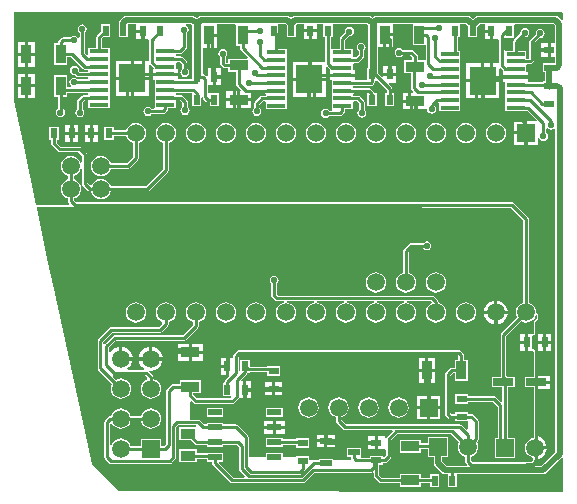
<source format=gtl>
G04 Layer_Physical_Order=1*
G04 Layer_Color=255*
%FSLAX25Y25*%
%MOIN*%
G70*
G01*
G75*
%ADD10R,0.06299X0.03543*%
%ADD11R,0.02362X0.03543*%
%ADD12R,0.03937X0.02165*%
%ADD13R,0.09095X0.09685*%
%ADD14R,0.06299X0.01378*%
%ADD15R,0.04701X0.02201*%
%ADD16R,0.07087X0.02559*%
%ADD17R,0.05118X0.03543*%
%ADD18R,0.03543X0.02362*%
%ADD19R,0.03543X0.06299*%
%ADD20C,0.01000*%
%ADD21C,0.01969*%
%ADD22C,0.05906*%
%ADD23R,0.05906X0.05906*%
%ADD24R,0.05906X0.05906*%
%ADD25C,0.02165*%
G36*
X120204Y434473D02*
X120321Y434394D01*
X120669Y434325D01*
X207417D01*
X266060Y434226D01*
X270197Y430089D01*
Y402558D01*
X269415Y402234D01*
X268716Y401698D01*
X268179Y400999D01*
X267842Y400185D01*
X267727Y399311D01*
X267842Y398437D01*
X268165Y397656D01*
X262938Y392429D01*
X262741Y392134D01*
X262671Y391785D01*
Y377953D01*
X262429Y377658D01*
X259646D01*
Y374311D01*
X263183D01*
Y369664D01*
X262721Y369473D01*
X261077Y371117D01*
X260782Y371314D01*
X260433Y371384D01*
X251870D01*
Y372047D01*
X247539D01*
Y368898D01*
X251870D01*
Y369561D01*
X260056D01*
X261687Y367930D01*
Y357579D01*
X260748D01*
Y350886D01*
X267441D01*
Y357579D01*
X265006D01*
Y374311D01*
X267520D01*
Y377658D01*
X264963D01*
X264936Y377790D01*
X264739Y378085D01*
X264494Y378330D01*
Y391408D01*
X269457Y396371D01*
X270229Y396051D01*
X271102Y395936D01*
X271976Y396051D01*
X272790Y396388D01*
X273489Y396924D01*
X274025Y397623D01*
X274363Y398437D01*
X274376Y398540D01*
X274876Y398508D01*
Y397326D01*
X273962Y396412D01*
X273765Y396116D01*
X273695Y395768D01*
Y392618D01*
X273638Y392142D01*
X273195Y392142D01*
X271957D01*
Y389370D01*
Y386598D01*
X273638Y386598D01*
X273695Y386122D01*
Y377658D01*
X270669D01*
Y374311D01*
X273695D01*
Y357555D01*
X273221Y357492D01*
X272407Y357155D01*
X271708Y356619D01*
X271171Y355920D01*
X270834Y355106D01*
X270719Y354232D01*
X270834Y353359D01*
X271171Y352544D01*
X271708Y351846D01*
X272407Y351309D01*
X273221Y350972D01*
X273498Y350935D01*
Y350082D01*
X272949Y349533D01*
X253133D01*
X252663Y350003D01*
Y351283D01*
X253440Y351605D01*
X254139Y352141D01*
X254675Y352840D01*
X255012Y353654D01*
X255127Y354528D01*
X255012Y355401D01*
X254691Y356178D01*
X255073Y356560D01*
X255271Y356856D01*
X255340Y357205D01*
Y363091D01*
X255340Y363091D01*
X255340Y363091D01*
X255313Y363229D01*
X255271Y363439D01*
X255271Y363439D01*
Y363439D01*
X255073Y363735D01*
X255073Y363735D01*
X255073Y363735D01*
X253597Y365211D01*
X253409Y365337D01*
X253301Y365409D01*
X253301Y365409D01*
X253301Y365409D01*
X253142Y365441D01*
X252953Y365478D01*
X251870D01*
Y366142D01*
X247539D01*
Y365478D01*
X246342D01*
X245891Y365929D01*
Y378264D01*
X246736Y379109D01*
X247342D01*
Y376477D01*
X251673D01*
Y383563D01*
X250419D01*
Y385227D01*
X250350Y385576D01*
X250152Y385872D01*
X249454Y386569D01*
X249159Y386767D01*
X248810Y386836D01*
X175591D01*
X175427Y386804D01*
X175242Y386767D01*
X175242Y386767D01*
X175242D01*
X175161Y386713D01*
X174946Y386570D01*
X173765Y385388D01*
X173765Y385388D01*
X173765Y385388D01*
X173706Y385301D01*
X173568Y385093D01*
X173568Y385093D01*
X173568Y385093D01*
X173535Y384929D01*
X173498Y384744D01*
X173498Y384744D01*
X173498Y384744D01*
Y384169D01*
X172055D01*
Y381398D01*
Y378626D01*
X172058D01*
X172249Y378164D01*
X170911Y376825D01*
X170713Y376530D01*
X170644Y376181D01*
Y375788D01*
X169980D01*
Y371457D01*
X172719D01*
X172937Y370970D01*
X172722Y370695D01*
X161401D01*
X160163Y371932D01*
Y372441D01*
X162795D01*
Y376772D01*
X155709D01*
Y375518D01*
X153543D01*
X153195Y375448D01*
X152899Y375251D01*
X151423Y373774D01*
X151225Y373479D01*
X151156Y373130D01*
Y355496D01*
X150508Y354848D01*
X149409D01*
Y357283D01*
X142717D01*
Y354848D01*
X139308D01*
X138986Y355625D01*
X138450Y356324D01*
X137751Y356860D01*
X136937Y357197D01*
X136063Y357312D01*
X135189Y357197D01*
X134375Y356860D01*
X133676Y356324D01*
X133140Y355625D01*
X132907Y355063D01*
X132407Y355163D01*
Y362113D01*
X132591Y362269D01*
X132840Y362260D01*
X133211Y362157D01*
X133676Y361550D01*
X134375Y361014D01*
X135189Y360677D01*
X136063Y360562D01*
X136937Y360677D01*
X137751Y361014D01*
X138450Y361550D01*
X138986Y362249D01*
X139308Y363026D01*
X142818D01*
X143140Y362249D01*
X143676Y361550D01*
X144375Y361014D01*
X145189Y360677D01*
X146063Y360562D01*
X146937Y360677D01*
X147751Y361014D01*
X148450Y361550D01*
X148986Y362249D01*
X149323Y363063D01*
X149438Y363937D01*
X149323Y364811D01*
X148986Y365625D01*
X148450Y366324D01*
X147751Y366860D01*
X146937Y367197D01*
X146063Y367312D01*
X145189Y367197D01*
X144375Y366860D01*
X143676Y366324D01*
X143140Y365625D01*
X142818Y364848D01*
X139308D01*
X138986Y365625D01*
X138450Y366324D01*
X137751Y366860D01*
X136937Y367197D01*
X136063Y367312D01*
X135189Y367197D01*
X134375Y366860D01*
X133676Y366324D01*
X133140Y365625D01*
X132818Y364848D01*
X132638D01*
X132289Y364779D01*
X131993Y364581D01*
X130852Y363440D01*
X130654Y363144D01*
X130585Y362795D01*
Y351181D01*
X130654Y350832D01*
X130852Y350537D01*
X132230Y349159D01*
X132525Y348961D01*
X132874Y348892D01*
X152362D01*
X152711Y348961D01*
X153006Y349159D01*
X154188Y350340D01*
X154385Y350636D01*
X154455Y350984D01*
Y361138D01*
X155102Y361786D01*
X161204D01*
X161309Y361622D01*
X161035Y361122D01*
X155610D01*
Y356791D01*
X159440D01*
X160812Y355419D01*
X161108Y355221D01*
X161457Y355152D01*
X164669D01*
Y354569D01*
X170158D01*
Y355152D01*
X174760D01*
X175451Y354461D01*
Y347159D01*
X175520Y346810D01*
X175718Y346515D01*
X177485Y344747D01*
X177294Y344285D01*
X173440D01*
X168657Y349069D01*
X168864Y349569D01*
X170158D01*
Y352557D01*
X164669D01*
Y352388D01*
X161516D01*
Y353642D01*
X155610D01*
Y349311D01*
X161516D01*
Y350565D01*
X164669D01*
Y349569D01*
X166502D01*
Y349024D01*
X166572Y348675D01*
X166769Y348379D01*
X172419Y342730D01*
X172714Y342532D01*
X173063Y342463D01*
X196824D01*
X197172Y342532D01*
X197468Y342730D01*
X200678Y345939D01*
X219488D01*
X219837Y346009D01*
X219849Y346016D01*
X220349Y345749D01*
Y344783D01*
X220418Y344435D01*
X220616Y344139D01*
X222092Y342663D01*
X222388Y342465D01*
X222736Y342396D01*
X229035D01*
Y341142D01*
X236122D01*
Y342396D01*
X239075D01*
Y341043D01*
X242224D01*
Y345374D01*
X239075D01*
Y344218D01*
X236122D01*
Y345472D01*
X229035D01*
Y344218D01*
X223114D01*
X222171Y345161D01*
Y348425D01*
X223425D01*
Y349089D01*
X224016D01*
X224364Y349158D01*
X224660Y349356D01*
X226038Y350734D01*
X226236Y351029D01*
X226305Y351378D01*
Y356709D01*
X228330Y358734D01*
X246256D01*
X248813Y356178D01*
X248492Y355401D01*
X248377Y354528D01*
X248492Y353654D01*
X248829Y352840D01*
X249365Y352141D01*
X250064Y351605D01*
X250841Y351283D01*
Y349626D01*
X250910Y349277D01*
X251108Y348982D01*
X251496Y348593D01*
X251305Y348131D01*
X244702D01*
X243157Y349676D01*
Y351181D01*
X245098D01*
Y357874D01*
X238405D01*
Y355636D01*
X236122D01*
Y356890D01*
X229035D01*
Y352559D01*
X236122D01*
Y353813D01*
X238405D01*
Y351181D01*
X240347D01*
Y349095D01*
X240454Y348557D01*
X240759Y348101D01*
X243126Y345733D01*
X243582Y345429D01*
X244120Y345322D01*
X244980D01*
Y341043D01*
X248130D01*
Y345322D01*
X276845D01*
X277382Y345429D01*
X277838Y345733D01*
X283063Y350958D01*
X283563Y350751D01*
Y339822D01*
X283209Y339469D01*
X135335Y339665D01*
X126378Y348622D01*
Y348917D01*
X113750Y406997D01*
X111618Y417028D01*
X109045Y429134D01*
X107989Y434104D01*
X108304Y434493D01*
X120204Y434473D01*
D02*
G37*
G36*
X248597Y384850D02*
Y383563D01*
X247342D01*
Y380931D01*
X246358D01*
X246010Y380862D01*
X245714Y380664D01*
X244336Y379286D01*
X244139Y378990D01*
X244069Y378642D01*
Y365551D01*
X244139Y365202D01*
X244336Y364907D01*
X245320Y363923D01*
X245616Y363725D01*
X245965Y363656D01*
X247539D01*
Y362992D01*
X251752D01*
Y360328D01*
X251290Y360136D01*
X249660Y361766D01*
X249364Y361964D01*
X249016Y362033D01*
X211204D01*
X209592Y363645D01*
Y364373D01*
X210369Y364695D01*
X211068Y365231D01*
X211604Y365931D01*
X211942Y366745D01*
X212056Y367618D01*
X211942Y368492D01*
X211604Y369306D01*
X211068Y370005D01*
X210369Y370541D01*
X209555Y370879D01*
X208681Y370993D01*
X207808Y370879D01*
X206994Y370541D01*
X206294Y370005D01*
X205758Y369306D01*
X205421Y368492D01*
X205306Y367618D01*
X205421Y366745D01*
X205758Y365931D01*
X206294Y365231D01*
X206994Y364695D01*
X207770Y364373D01*
Y363268D01*
X207839Y362919D01*
X208037Y362623D01*
X210182Y360478D01*
X210478Y360280D01*
X210827Y360211D01*
X226576D01*
X226767Y359749D01*
X224749Y357731D01*
X224552Y357435D01*
X224529Y357318D01*
X224031Y357382D01*
Y358087D01*
X221760D01*
Y355906D01*
Y353725D01*
X223983D01*
X224031Y353725D01*
X224483Y353607D01*
Y351755D01*
X223925Y351198D01*
X223425Y351405D01*
Y351575D01*
X219094D01*
Y350911D01*
X216401D01*
X216083Y351279D01*
Y354232D01*
X211358D01*
Y351279D01*
X212809D01*
Y350650D01*
X212839Y350500D01*
X212839Y350461D01*
X212573Y350071D01*
X212478Y350000D01*
X206752D01*
Y350492D01*
X202028D01*
Y350000D01*
X198819D01*
Y351476D01*
X194488D01*
Y351063D01*
X190055D01*
Y352557D01*
X184567D01*
Y351063D01*
X178667D01*
Y357874D01*
X178598Y358223D01*
X178400Y358518D01*
X175211Y361707D01*
X174916Y361905D01*
X174567Y361974D01*
X170158D01*
Y362557D01*
X164669D01*
Y361974D01*
X163822D01*
X162455Y363341D01*
X162160Y363539D01*
X161811Y363608D01*
X159252D01*
Y369613D01*
X159714Y369804D01*
X160379Y369139D01*
X160675Y368942D01*
X161024Y368872D01*
X173228D01*
X173577Y368942D01*
X173873Y369139D01*
X175349Y370616D01*
X175506Y370851D01*
X176961D01*
Y373622D01*
Y376394D01*
X176323D01*
X176116Y376894D01*
X178105Y378883D01*
X178303Y379179D01*
X178313Y379232D01*
X179036D01*
Y379404D01*
X184843D01*
Y378150D01*
X189173D01*
Y381299D01*
X184843D01*
Y381226D01*
X179036D01*
Y383563D01*
X175886D01*
Y379690D01*
X175821Y379646D01*
X175321Y379914D01*
Y384367D01*
X175968Y385014D01*
X248432D01*
X248597Y384850D01*
D02*
G37*
G36*
X283562Y499089D02*
X283556Y496868D01*
X283541Y496856D01*
X283055Y496688D01*
X281899Y497844D01*
X281899Y497844D01*
X281899Y497844D01*
X281672Y497995D01*
X281443Y498148D01*
X281443Y498148D01*
X281443Y498148D01*
X281186Y498200D01*
X280906Y498255D01*
X280906Y498255D01*
X280906Y498255D01*
X255217D01*
X254679Y498148D01*
X254223Y497844D01*
X253445Y497066D01*
X252667Y497844D01*
X252211Y498148D01*
X251673Y498255D01*
X221260D01*
X220722Y498148D01*
X220266Y497844D01*
X219980Y497558D01*
X219793Y497745D01*
X219337Y498050D01*
X218799Y498157D01*
X194094D01*
X194094Y498157D01*
X194094Y498157D01*
X193805Y498099D01*
X193557Y498050D01*
X193557Y498050D01*
X193557Y498050D01*
X193320Y497892D01*
X193101Y497745D01*
X193070Y497745D01*
X192627Y497745D01*
X192529Y497844D01*
X192073Y498148D01*
X191535Y498255D01*
X162894D01*
X162356Y498148D01*
X161900Y497844D01*
X161417Y497361D01*
X160934Y497844D01*
X160479Y498148D01*
X159941Y498255D01*
X137795D01*
X137795Y498255D01*
X137795Y498255D01*
X137528Y498202D01*
X137258Y498148D01*
X137258Y498148D01*
X137257Y498148D01*
X137039Y498002D01*
X136802Y497844D01*
X136802Y497844D01*
X136802Y497844D01*
X135916Y496958D01*
X135771Y496741D01*
X135612Y496502D01*
X135612Y496502D01*
X135611Y496502D01*
X135559Y496241D01*
X135505Y495965D01*
Y495374D01*
X135335D01*
Y491043D01*
X138484D01*
Y495374D01*
X138955Y495445D01*
X141225D01*
Y493610D01*
X143406D01*
Y493110D01*
X143906D01*
Y490339D01*
X145298D01*
X145447Y490157D01*
Y483689D01*
X145409Y483205D01*
X144947Y483205D01*
X140362D01*
Y477862D01*
X145409D01*
Y481729D01*
X145909Y481936D01*
X147014Y480831D01*
X146807Y480331D01*
X146736D01*
Y479142D01*
X155035D01*
Y480331D01*
X154429D01*
Y482177D01*
X154429Y482283D01*
X154429D01*
Y482349D01*
X154858Y482849D01*
X155823D01*
X156471Y482201D01*
Y480498D01*
X156317Y480395D01*
X155991Y479907D01*
X155877Y479331D01*
X155991Y478755D01*
X156317Y478266D01*
X156806Y477940D01*
X157382Y477825D01*
X157958Y477940D01*
X158446Y478266D01*
X158773Y478755D01*
X158887Y479331D01*
X158773Y479907D01*
X158446Y480395D01*
X158293Y480498D01*
Y482579D01*
X158224Y482927D01*
X158026Y483223D01*
X156845Y484404D01*
X156550Y484602D01*
X156201Y484671D01*
X154601D01*
X154429Y484843D01*
Y485236D01*
X154601Y485408D01*
X155709D01*
X156057Y485477D01*
X156353Y485675D01*
X157829Y487151D01*
X158027Y487447D01*
X158096Y487795D01*
Y492436D01*
X158249Y492538D01*
X158576Y493026D01*
X158690Y493602D01*
X158576Y494178D01*
X158249Y494667D01*
X157832Y494945D01*
X157845Y495240D01*
X157915Y495445D01*
X159359D01*
X159735Y495070D01*
X159817Y495015D01*
Y480118D01*
X159744D01*
Y477191D01*
X155035D01*
Y478142D01*
X146736D01*
Y476953D01*
X147343D01*
Y475106D01*
X147343Y475000D01*
Y474606D01*
X147343Y474500D01*
Y472547D01*
X147343Y472441D01*
Y472047D01*
X147343Y471941D01*
Y469988D01*
X147343Y469882D01*
Y469488D01*
X147343Y469382D01*
Y467323D01*
X146873Y467250D01*
X146246D01*
X146143Y467403D01*
X145655Y467729D01*
X145079Y467844D01*
X144503Y467729D01*
X144014Y467403D01*
X143688Y466915D01*
X143573Y466339D01*
X143688Y465763D01*
X144014Y465274D01*
X144503Y464948D01*
X145079Y464833D01*
X145655Y464948D01*
X146143Y465274D01*
X146246Y465427D01*
X150197D01*
X150546Y465497D01*
X150841Y465694D01*
X151530Y466383D01*
X151728Y466679D01*
X151797Y467028D01*
Y467323D01*
X154429D01*
Y469382D01*
X154429Y469488D01*
Y469882D01*
X154601Y470053D01*
X155725D01*
X156569Y469209D01*
Y467801D01*
X156416Y467698D01*
X156090Y467210D01*
X155975Y466634D01*
X156090Y466058D01*
X156416Y465569D01*
X156904Y465243D01*
X157480Y465129D01*
X158056Y465243D01*
X158545Y465569D01*
X158871Y466058D01*
X158986Y466634D01*
X158871Y467210D01*
X158545Y467698D01*
X158391Y467801D01*
Y469587D01*
X158322Y469935D01*
X158125Y470231D01*
X156747Y471609D01*
X156451Y471806D01*
X156102Y471876D01*
X154601D01*
X154429Y472047D01*
Y472441D01*
X154601Y472612D01*
X159315D01*
X159744Y472441D01*
Y468110D01*
X162894D01*
Y470945D01*
X163394Y470994D01*
X163430Y470813D01*
X163627Y470517D01*
X164513Y469631D01*
X164809Y469434D01*
X165157Y469364D01*
X165650D01*
Y468110D01*
X168799D01*
Y472441D01*
X165650D01*
Y472441D01*
X165183Y472521D01*
Y475181D01*
X166724D01*
Y477953D01*
Y480724D01*
X165043D01*
Y478291D01*
X164543Y478084D01*
X164030Y478597D01*
X163734Y478795D01*
X163386Y478864D01*
X163314D01*
Y487484D01*
X164854D01*
Y491634D01*
X165354D01*
Y492134D01*
X168126D01*
Y495445D01*
X174217D01*
X174606Y495177D01*
X174606Y494945D01*
Y488091D01*
X175860D01*
Y487303D01*
X175929Y486955D01*
X176127Y486659D01*
X178466Y484320D01*
X178275Y483858D01*
X171850D01*
Y482604D01*
X171047D01*
X170990Y482661D01*
Y484463D01*
X171143Y484565D01*
X171469Y485054D01*
X171584Y485630D01*
X171469Y486206D01*
X171143Y486694D01*
X170655Y487021D01*
X170079Y487135D01*
X169503Y487021D01*
X169014Y486694D01*
X168688Y486206D01*
X168573Y485630D01*
X168688Y485054D01*
X169014Y484565D01*
X169167Y484463D01*
Y482283D01*
X169237Y481935D01*
X169434Y481639D01*
X170025Y481049D01*
X170320Y480851D01*
X170669Y480782D01*
X171850D01*
Y479528D01*
X174482D01*
Y475591D01*
X174552Y475242D01*
X174626Y475131D01*
X174749Y474946D01*
X176186Y473509D01*
X175995Y473047D01*
X175894D01*
Y470776D01*
X179543D01*
Y472317D01*
X184179D01*
X184350Y472146D01*
Y471752D01*
X184179Y471581D01*
X183169D01*
X182821Y471511D01*
X182525Y471314D01*
X180753Y469542D01*
X180556Y469246D01*
X180486Y468898D01*
Y467505D01*
X180333Y467403D01*
X180007Y466915D01*
X179892Y466339D01*
X180007Y465763D01*
X180333Y465274D01*
X180822Y464948D01*
X181398Y464833D01*
X181974Y464948D01*
X182462Y465274D01*
X182788Y465763D01*
X182903Y466339D01*
X182788Y466915D01*
X182462Y467403D01*
X182309Y467505D01*
Y468520D01*
X183547Y469758D01*
X184179D01*
X184350Y469587D01*
Y469193D01*
X184350Y469087D01*
Y467028D01*
X191437D01*
Y469087D01*
X191437Y469193D01*
Y469587D01*
X191437Y469693D01*
Y471646D01*
X191437Y471752D01*
Y472146D01*
X191437Y472252D01*
Y474205D01*
X191437Y474311D01*
Y474705D01*
X191437Y474811D01*
Y476764D01*
X191437Y476870D01*
Y477264D01*
X191437Y477370D01*
Y479323D01*
X191437Y479429D01*
Y479823D01*
X191437Y479929D01*
Y481882D01*
X191437Y481988D01*
Y482382D01*
X191437Y482488D01*
Y484441D01*
X191437Y484547D01*
Y484941D01*
X191437Y485047D01*
Y487106D01*
X188608D01*
Y492513D01*
X188576Y492672D01*
X188576Y495374D01*
X189047Y495445D01*
X190954D01*
X191332Y495067D01*
Y491043D01*
X194482D01*
Y495152D01*
X194676Y495347D01*
X197130D01*
Y493709D01*
X199311D01*
X201492D01*
Y495347D01*
X203642D01*
Y491043D01*
X204305D01*
Y482909D01*
X199417D01*
Y477567D01*
X204465D01*
Y481040D01*
X204965Y481247D01*
X205710Y480502D01*
X205791Y480035D01*
X205791Y480035D01*
Y478847D01*
X214090D01*
Y480035D01*
X213484D01*
Y481882D01*
X213484Y481988D01*
X213484D01*
Y482053D01*
X213913Y482553D01*
X214862D01*
X215211Y482623D01*
X215507Y482820D01*
X216884Y484198D01*
X217082Y484494D01*
X217151Y484842D01*
Y486530D01*
X217305Y486632D01*
X217631Y487121D01*
X217745Y487697D01*
X217631Y488273D01*
X217305Y488761D01*
X216816Y489088D01*
X216240Y489202D01*
X215664Y489088D01*
X215176Y488761D01*
X214849Y488273D01*
X214735Y487697D01*
X214849Y487121D01*
X215176Y486632D01*
X215329Y486530D01*
Y485220D01*
X214485Y484376D01*
X213656D01*
X213484Y484547D01*
Y484941D01*
X213484Y485047D01*
Y487106D01*
X210852D01*
Y490174D01*
X212122Y491444D01*
X212303Y491408D01*
X212879Y491523D01*
X213368Y491849D01*
X213694Y492337D01*
X213808Y492913D01*
X213694Y493489D01*
X213368Y493978D01*
X212879Y494304D01*
X212303Y494419D01*
X211727Y494304D01*
X211239Y493978D01*
X210912Y493489D01*
X210798Y492913D01*
X210834Y492733D01*
X209297Y491196D01*
X209099Y490900D01*
X209030Y490551D01*
Y487106D01*
X206628D01*
X206398Y487106D01*
X206128Y487495D01*
Y491043D01*
X206791D01*
Y495347D01*
X218217D01*
X218396Y495168D01*
X218479Y495113D01*
Y480807D01*
X218209D01*
Y476699D01*
X214090D01*
Y477846D01*
X205791D01*
Y476657D01*
X206398D01*
Y474811D01*
X206398Y474705D01*
Y474311D01*
X206398Y474205D01*
Y472252D01*
X206398Y472146D01*
Y471752D01*
X206398Y471646D01*
Y469693D01*
X206398Y469587D01*
Y469193D01*
X206398Y469087D01*
Y467028D01*
X206398D01*
X206317Y466561D01*
X205498D01*
X205395Y466714D01*
X204907Y467040D01*
X204331Y467155D01*
X203755Y467040D01*
X203266Y466714D01*
X202940Y466226D01*
X202825Y465650D01*
X202940Y465074D01*
X203266Y464585D01*
X203755Y464259D01*
X204331Y464144D01*
X204907Y464259D01*
X205395Y464585D01*
X205498Y464738D01*
X209055D01*
X209404Y464808D01*
X209699Y465005D01*
X210585Y465891D01*
X210783Y466187D01*
X210852Y466535D01*
Y467028D01*
X213484D01*
Y469087D01*
X213484Y469193D01*
Y469587D01*
X213656Y469758D01*
X214682D01*
X215526Y468914D01*
Y466915D01*
X215373Y466812D01*
X215046Y466324D01*
X214932Y465748D01*
X215046Y465172D01*
X215373Y464684D01*
X215861Y464357D01*
X216437Y464243D01*
X217013Y464357D01*
X217501Y464684D01*
X217828Y465172D01*
X217942Y465748D01*
X217828Y466324D01*
X217501Y466812D01*
X217348Y466915D01*
Y469291D01*
X217279Y469640D01*
X217081Y469936D01*
X215704Y471313D01*
X215408Y471511D01*
X215059Y471580D01*
X213656D01*
X213484Y471752D01*
Y472146D01*
X213656Y472317D01*
X218208D01*
Y468012D01*
X221358D01*
Y472342D01*
X220675D01*
X220625Y472593D01*
X220427Y472889D01*
X219443Y473873D01*
X219148Y474070D01*
X218799Y474140D01*
X213656D01*
X213484Y474311D01*
Y474705D01*
X213656Y474876D01*
X219390D01*
X219739Y474946D01*
X220034Y475143D01*
X220428Y475537D01*
X220625Y475832D01*
X220695Y476181D01*
Y476476D01*
X221358D01*
X221358Y476476D01*
Y476476D01*
X221803Y476318D01*
X224778Y473343D01*
Y472342D01*
X224114D01*
Y468012D01*
X227264D01*
Y472342D01*
X226600D01*
Y473721D01*
X226531Y474069D01*
X226333Y474365D01*
X225290Y475408D01*
X225481Y475870D01*
X227870D01*
Y478142D01*
X225689D01*
X223508D01*
Y477843D01*
X223046Y477652D01*
X221844Y478854D01*
X221869Y478891D01*
X221976Y479429D01*
Y487780D01*
X223614D01*
Y491929D01*
X224114D01*
Y492429D01*
X226886D01*
Y495445D01*
X233366D01*
Y488386D01*
X237671D01*
Y483366D01*
X235065D01*
Y484744D01*
X234995Y485093D01*
X234798Y485389D01*
X233617Y486569D01*
X233321Y486767D01*
X232972Y486836D01*
X230005D01*
X229903Y486990D01*
X229415Y487316D01*
X228839Y487430D01*
X228262Y487316D01*
X227774Y486990D01*
X227448Y486501D01*
X227333Y485925D01*
X227448Y485349D01*
X227774Y484861D01*
X228262Y484535D01*
X228839Y484420D01*
X229415Y484535D01*
X229903Y484861D01*
X230005Y485014D01*
X232595D01*
X233242Y484367D01*
Y483366D01*
X230610D01*
Y479036D01*
X232849D01*
Y474114D01*
X232918Y473766D01*
X233116Y473470D01*
X233568Y473017D01*
X233377Y472555D01*
X230004D01*
Y470284D01*
X234153D01*
Y469783D01*
X234653D01*
Y467012D01*
X238163D01*
X238275Y466452D01*
X238601Y465963D01*
X239089Y465637D01*
X239665Y465522D01*
X240241Y465637D01*
X240730Y465963D01*
X241056Y466452D01*
X241171Y467028D01*
X241056Y467604D01*
X240730Y468092D01*
X240713Y468263D01*
X241626Y469176D01*
X242126Y469095D01*
Y468701D01*
X242126Y468595D01*
Y466535D01*
X249213D01*
Y468595D01*
X249213Y468701D01*
Y469095D01*
X249213Y469201D01*
Y471260D01*
X249213D01*
Y471654D01*
X249213D01*
Y473713D01*
X249213Y473819D01*
Y474213D01*
X249213Y474319D01*
Y476272D01*
X249213Y476378D01*
Y476772D01*
X249213Y476878D01*
Y478831D01*
X249213Y478937D01*
Y479331D01*
X249213Y479437D01*
Y481496D01*
X249213D01*
Y481890D01*
X249213D01*
Y483949D01*
X249213Y484055D01*
X249213D01*
Y484449D01*
X249213D01*
Y486614D01*
X248352D01*
Y491043D01*
X249016D01*
Y495374D01*
X249486Y495445D01*
X251091D01*
X251772Y494765D01*
Y491043D01*
X254921D01*
Y494568D01*
X255799Y495445D01*
X257366D01*
Y493610D01*
X259547D01*
Y493110D01*
X260047D01*
Y490339D01*
X261729D01*
X262081Y489985D01*
Y482417D01*
X257193D01*
Y477075D01*
X262240D01*
Y480449D01*
X262740Y480656D01*
X263416Y479981D01*
X263567Y479543D01*
X263567Y479543D01*
Y478354D01*
X271866D01*
Y479543D01*
X271260D01*
Y481390D01*
X271260Y481496D01*
Y481890D01*
X271431Y482061D01*
X272441D01*
X272790Y482131D01*
X273085Y482328D01*
X273676Y482919D01*
X273873Y483214D01*
X273943Y483563D01*
Y489091D01*
X275705Y490854D01*
X275886Y490817D01*
X276462Y490932D01*
X276950Y491258D01*
X277276Y491747D01*
X277391Y492323D01*
X277276Y492899D01*
X276950Y493387D01*
X276462Y493714D01*
X275886Y493828D01*
X275310Y493714D01*
X274821Y493387D01*
X274495Y492899D01*
X274380Y492323D01*
X274416Y492142D01*
X272387Y490113D01*
X272190Y489817D01*
X272120Y489468D01*
Y483941D01*
X272063Y483884D01*
X271431D01*
X271260Y484055D01*
Y484449D01*
X271260Y484555D01*
Y486614D01*
X268628D01*
Y489189D01*
X270587Y491149D01*
X270768Y491113D01*
X271344Y491227D01*
X271832Y491554D01*
X272158Y492042D01*
X272273Y492618D01*
X272158Y493194D01*
X271832Y493682D01*
X271344Y494009D01*
X270768Y494123D01*
X270192Y494009D01*
X269703Y493682D01*
X269377Y493194D01*
X269262Y492618D01*
X269298Y492437D01*
X267072Y490211D01*
X266875Y489916D01*
X266805Y489567D01*
Y486614D01*
X264403D01*
X264173Y486614D01*
X263903Y487002D01*
Y490945D01*
X267028D01*
Y495275D01*
X267457Y495445D01*
X280324D01*
X280780Y494989D01*
Y488992D01*
X279339D01*
Y486811D01*
Y484630D01*
X280780D01*
Y482480D01*
X276673D01*
Y479331D01*
X277434D01*
Y476378D01*
X276673D01*
Y476206D01*
X271866D01*
Y477354D01*
X263567D01*
Y476165D01*
X264173D01*
Y474213D01*
X264173D01*
Y473819D01*
X264173D01*
Y471654D01*
X264173D01*
Y471260D01*
X264173D01*
Y469201D01*
X264173Y469095D01*
Y468701D01*
X264173Y468595D01*
Y466535D01*
X271260D01*
Y466535D01*
X271755Y466523D01*
X274672Y463606D01*
X274465Y463106D01*
X271602D01*
Y459154D01*
Y455201D01*
X275055D01*
Y457461D01*
X275555Y457511D01*
X275578Y457396D01*
X275904Y456908D01*
X276393Y456582D01*
X276969Y456467D01*
X277544Y456582D01*
X278033Y456908D01*
X278359Y457396D01*
X278474Y457972D01*
X278359Y458548D01*
X278033Y459037D01*
X277880Y459139D01*
Y460621D01*
X278380Y460773D01*
X278463Y460648D01*
X278952Y460322D01*
X279528Y460207D01*
X280104Y460322D01*
X280477Y460571D01*
X280874Y460429D01*
X280977Y460350D01*
Y435942D01*
Y352846D01*
X276263Y348131D01*
X271521D01*
X271169Y348487D01*
X271174Y349107D01*
X272949D01*
X273053Y349150D01*
X273251Y349232D01*
X273251Y349232D01*
X273799Y349781D01*
X273799Y349781D01*
X273924Y350082D01*
Y350096D01*
X274094Y350245D01*
X275126Y350381D01*
X276088Y350780D01*
X276913Y351413D01*
X277547Y352239D01*
X277945Y353200D01*
X278015Y353732D01*
X274094D01*
Y354732D01*
X278015D01*
X277945Y355264D01*
X277547Y356226D01*
X276913Y357051D01*
X276088Y357685D01*
X275126Y358083D01*
X274121Y358215D01*
Y373705D01*
X279150D01*
Y375484D01*
X274606D01*
Y376484D01*
X279150D01*
Y378264D01*
X274121D01*
Y386122D01*
X274111Y386147D01*
X274118Y386173D01*
X274061Y386649D01*
X273993Y386771D01*
X273939Y386900D01*
X273914Y386910D01*
X273901Y386933D01*
X273767Y386971D01*
X273638Y387024D01*
X273457D01*
X273032Y387205D01*
Y391254D01*
X273149Y391585D01*
X273457Y391716D01*
X273638D01*
X273767Y391769D01*
X273901Y391807D01*
X273914Y391830D01*
X273939Y391840D01*
X273993Y391969D01*
X274061Y392091D01*
X274118Y392567D01*
X274111Y392593D01*
X274121Y392618D01*
Y395726D01*
X274166Y395950D01*
X274293Y396141D01*
X275178Y397025D01*
X275178Y397025D01*
X275302Y397326D01*
Y398508D01*
X275245Y398646D01*
X275197Y398789D01*
X275183Y398795D01*
X275178Y398809D01*
X275039Y398866D01*
X274904Y398933D01*
X274781Y398941D01*
X274478Y399311D01*
X274363Y400185D01*
X274025Y400999D01*
X273489Y401698D01*
X272790Y402234D01*
X272020Y402553D01*
Y430326D01*
X272047Y430413D01*
X272374Y430543D01*
X271869Y431090D01*
X270968Y431991D01*
X269098Y433861D01*
X267605Y435355D01*
X267610Y435368D01*
X267495Y435368D01*
X266983Y435881D01*
X266687Y436078D01*
X266339Y436147D01*
X121047D01*
X120350Y436844D01*
X120402Y437340D01*
X121097Y437628D01*
X121796Y438165D01*
X122333Y438864D01*
X122670Y439678D01*
X122785Y440551D01*
X122670Y441425D01*
X122333Y442239D01*
X121796Y442938D01*
X121097Y443474D01*
X120321Y443796D01*
Y444938D01*
X121097Y445260D01*
X121796Y445796D01*
X122333Y446495D01*
X122605Y447152D01*
X123105Y447052D01*
Y442224D01*
X123136Y442067D01*
X123174Y441876D01*
X123174Y441876D01*
X123371Y441580D01*
X125044Y439907D01*
X125045Y439907D01*
X125045Y439907D01*
X125340Y439709D01*
X125340D01*
X125340Y439709D01*
X125565Y439665D01*
X125689Y439640D01*
X126165D01*
X126487Y438864D01*
X127023Y438165D01*
X127722Y437628D01*
X128536Y437291D01*
X129410Y437176D01*
X130283Y437291D01*
X131097Y437628D01*
X131796Y438165D01*
X132333Y438864D01*
X132654Y439640D01*
X144882D01*
X145231Y439709D01*
X145526Y439907D01*
X151753Y446134D01*
X151951Y446429D01*
X152020Y446778D01*
Y455911D01*
X152790Y456230D01*
X153489Y456767D01*
X154025Y457466D01*
X154363Y458280D01*
X154478Y459154D01*
X154363Y460027D01*
X154025Y460841D01*
X153489Y461540D01*
X152790Y462077D01*
X151976Y462414D01*
X151102Y462529D01*
X150229Y462414D01*
X149415Y462077D01*
X148716Y461540D01*
X148179Y460841D01*
X147842Y460027D01*
X147727Y459154D01*
X147842Y458280D01*
X148179Y457466D01*
X148716Y456767D01*
X149415Y456230D01*
X150197Y455906D01*
Y447155D01*
X144505Y441462D01*
X132654D01*
X132333Y442239D01*
X131796Y442938D01*
X131097Y443474D01*
X130283Y443812D01*
X129410Y443926D01*
X128536Y443812D01*
X127722Y443474D01*
X127023Y442938D01*
X126487Y442239D01*
X126343Y441893D01*
X125753Y441775D01*
X124927Y442602D01*
Y451969D01*
X124858Y452317D01*
X124660Y452613D01*
X122987Y454286D01*
X122691Y454484D01*
X122343Y454553D01*
X116027D01*
X114789Y455791D01*
Y456890D01*
X115453D01*
Y461221D01*
X112303D01*
Y456890D01*
X112967D01*
Y455413D01*
X113036Y455065D01*
X113234Y454769D01*
X115005Y452997D01*
X115301Y452800D01*
X115650Y452731D01*
X121965D01*
X123105Y451591D01*
Y449314D01*
X122605Y449214D01*
X122333Y449871D01*
X121796Y450570D01*
X121097Y451106D01*
X120283Y451443D01*
X119410Y451558D01*
X118536Y451443D01*
X117722Y451106D01*
X117023Y450570D01*
X116487Y449871D01*
X116149Y449057D01*
X116034Y448183D01*
X116149Y447309D01*
X116487Y446495D01*
X117023Y445796D01*
X117722Y445260D01*
X118498Y444938D01*
Y443796D01*
X117722Y443474D01*
X117023Y442938D01*
X116487Y442239D01*
X116149Y441425D01*
X116034Y440551D01*
X116149Y439678D01*
X116487Y438864D01*
X117023Y438165D01*
X117722Y437628D01*
X118498Y437306D01*
Y436496D01*
X118568Y436147D01*
X118765Y435852D01*
X118871Y435746D01*
X118680Y435284D01*
X107739Y435278D01*
X103324Y456056D01*
X100394Y469842D01*
Y477165D01*
Y484646D01*
Y499508D01*
X283145D01*
X283562Y499089D01*
D02*
G37*
%LPC*%
G36*
X158752Y388795D02*
X155102D01*
Y386524D01*
X158752D01*
Y388795D01*
D02*
G37*
G36*
X146563Y387858D02*
Y384437D01*
X149984D01*
X149914Y384969D01*
X149516Y385930D01*
X148882Y386756D01*
X148056Y387390D01*
X147095Y387788D01*
X146563Y387858D01*
D02*
G37*
G36*
X136563D02*
Y384437D01*
X139984D01*
X139914Y384969D01*
X139516Y385930D01*
X138882Y386756D01*
X138056Y387390D01*
X137095Y387788D01*
X136563Y387858D01*
D02*
G37*
G36*
X163402Y388795D02*
X159752D01*
Y386524D01*
X163402D01*
Y388795D01*
D02*
G37*
G36*
X270957Y388870D02*
X269276D01*
Y386598D01*
X270957D01*
Y388870D01*
D02*
G37*
G36*
X171055Y380898D02*
X169374D01*
Y378626D01*
X171055D01*
Y380898D01*
D02*
G37*
G36*
Y384169D02*
X169374D01*
Y381898D01*
X171055D01*
Y384169D01*
D02*
G37*
G36*
X145563Y387858D02*
X145031Y387788D01*
X144070Y387390D01*
X143244Y386756D01*
X142610Y385930D01*
X142212Y384969D01*
X142142Y384437D01*
X145563D01*
Y387858D01*
D02*
G37*
G36*
X163402Y385524D02*
X159752D01*
Y383252D01*
X163402D01*
Y385524D01*
D02*
G37*
G36*
X158752D02*
X155102D01*
Y383252D01*
X158752D01*
Y385524D01*
D02*
G37*
G36*
X187205Y411545D02*
X186629Y411430D01*
X186140Y411104D01*
X185814Y410615D01*
X185699Y410039D01*
X185814Y409463D01*
X186140Y408975D01*
X186293Y408873D01*
Y404921D01*
X186363Y404573D01*
X186560Y404277D01*
X187446Y403391D01*
X187742Y403194D01*
X188091Y403124D01*
X190598D01*
X190630Y402624D01*
X190229Y402571D01*
X189415Y402234D01*
X188716Y401698D01*
X188179Y400999D01*
X187842Y400185D01*
X187727Y399311D01*
X187842Y398437D01*
X188179Y397623D01*
X188716Y396924D01*
X189415Y396388D01*
X190229Y396051D01*
X191102Y395936D01*
X191976Y396051D01*
X192790Y396388D01*
X193489Y396924D01*
X194025Y397623D01*
X194363Y398437D01*
X194478Y399311D01*
X194363Y400185D01*
X194025Y400999D01*
X193489Y401698D01*
X192790Y402234D01*
X191976Y402571D01*
X191574Y402624D01*
X191607Y403124D01*
X200598D01*
X200630Y402624D01*
X200229Y402571D01*
X199415Y402234D01*
X198716Y401698D01*
X198179Y400999D01*
X197842Y400185D01*
X197727Y399311D01*
X197842Y398437D01*
X198179Y397623D01*
X198716Y396924D01*
X199415Y396388D01*
X200229Y396051D01*
X201102Y395936D01*
X201976Y396051D01*
X202790Y396388D01*
X203489Y396924D01*
X204025Y397623D01*
X204363Y398437D01*
X204478Y399311D01*
X204363Y400185D01*
X204025Y400999D01*
X203489Y401698D01*
X202790Y402234D01*
X201976Y402571D01*
X201574Y402624D01*
X201607Y403124D01*
X210598D01*
X210630Y402624D01*
X210229Y402571D01*
X209415Y402234D01*
X208716Y401698D01*
X208179Y400999D01*
X207842Y400185D01*
X207727Y399311D01*
X207842Y398437D01*
X208179Y397623D01*
X208716Y396924D01*
X209415Y396388D01*
X210229Y396051D01*
X211102Y395936D01*
X211976Y396051D01*
X212790Y396388D01*
X213489Y396924D01*
X214025Y397623D01*
X214363Y398437D01*
X214478Y399311D01*
X214363Y400185D01*
X214025Y400999D01*
X213489Y401698D01*
X212790Y402234D01*
X211976Y402571D01*
X211574Y402624D01*
X211607Y403124D01*
X220598D01*
X220631Y402624D01*
X220229Y402571D01*
X219415Y402234D01*
X218716Y401698D01*
X218179Y400999D01*
X217842Y400185D01*
X217727Y399311D01*
X217842Y398437D01*
X218179Y397623D01*
X218716Y396924D01*
X219415Y396388D01*
X220229Y396051D01*
X221102Y395936D01*
X221976Y396051D01*
X222790Y396388D01*
X223489Y396924D01*
X224025Y397623D01*
X224363Y398437D01*
X224478Y399311D01*
X224363Y400185D01*
X224025Y400999D01*
X223489Y401698D01*
X222790Y402234D01*
X221976Y402571D01*
X221574Y402624D01*
X221607Y403124D01*
X230598D01*
X230630Y402624D01*
X230229Y402571D01*
X229415Y402234D01*
X228716Y401698D01*
X228179Y400999D01*
X227842Y400185D01*
X227727Y399311D01*
X227842Y398437D01*
X228179Y397623D01*
X228716Y396924D01*
X229415Y396388D01*
X230229Y396051D01*
X231102Y395936D01*
X231976Y396051D01*
X232790Y396388D01*
X233489Y396924D01*
X234025Y397623D01*
X234363Y398437D01*
X234478Y399311D01*
X234363Y400185D01*
X234025Y400999D01*
X233489Y401698D01*
X232790Y402234D01*
X231976Y402571D01*
X231574Y402624D01*
X231607Y403124D01*
X239414D01*
X239696Y402805D01*
X239587Y402305D01*
X239415Y402234D01*
X238716Y401698D01*
X238179Y400999D01*
X237842Y400185D01*
X237727Y399311D01*
X237842Y398437D01*
X238179Y397623D01*
X238716Y396924D01*
X239415Y396388D01*
X240229Y396051D01*
X241102Y395936D01*
X241976Y396051D01*
X242790Y396388D01*
X243489Y396924D01*
X244025Y397623D01*
X244363Y398437D01*
X244478Y399311D01*
X244363Y400185D01*
X244025Y400999D01*
X243489Y401698D01*
X242790Y402234D01*
X242020Y402553D01*
Y402789D01*
X241950Y403138D01*
X241753Y403433D01*
X240507Y404680D01*
X240211Y404877D01*
X239862Y404947D01*
X188468D01*
X188116Y405299D01*
Y408873D01*
X188269Y408975D01*
X188595Y409463D01*
X188710Y410039D01*
X188595Y410615D01*
X188269Y411104D01*
X187781Y411430D01*
X187205Y411545D01*
D02*
G37*
G36*
X181102Y402686D02*
X180229Y402571D01*
X179415Y402234D01*
X178716Y401698D01*
X178179Y400999D01*
X177842Y400185D01*
X177727Y399311D01*
X177842Y398437D01*
X178179Y397623D01*
X178716Y396924D01*
X179415Y396388D01*
X180229Y396051D01*
X181102Y395936D01*
X181976Y396051D01*
X182790Y396388D01*
X183489Y396924D01*
X184025Y397623D01*
X184363Y398437D01*
X184478Y399311D01*
X184363Y400185D01*
X184025Y400999D01*
X183489Y401698D01*
X182790Y402234D01*
X181976Y402571D01*
X181102Y402686D01*
D02*
G37*
G36*
X171102D02*
X170229Y402571D01*
X169415Y402234D01*
X168716Y401698D01*
X168179Y400999D01*
X167842Y400185D01*
X167727Y399311D01*
X167842Y398437D01*
X168179Y397623D01*
X168716Y396924D01*
X169415Y396388D01*
X170229Y396051D01*
X171102Y395936D01*
X171976Y396051D01*
X172790Y396388D01*
X173489Y396924D01*
X174025Y397623D01*
X174363Y398437D01*
X174478Y399311D01*
X174363Y400185D01*
X174025Y400999D01*
X173489Y401698D01*
X172790Y402234D01*
X171976Y402571D01*
X171102Y402686D01*
D02*
G37*
G36*
X251102D02*
X250229Y402571D01*
X249415Y402234D01*
X248716Y401698D01*
X248179Y400999D01*
X247842Y400185D01*
X247727Y399311D01*
X247842Y398437D01*
X248179Y397623D01*
X248716Y396924D01*
X249415Y396388D01*
X250229Y396051D01*
X251102Y395936D01*
X251976Y396051D01*
X252790Y396388D01*
X253489Y396924D01*
X254025Y397623D01*
X254363Y398437D01*
X254478Y399311D01*
X254363Y400185D01*
X254025Y400999D01*
X253489Y401698D01*
X252790Y402234D01*
X251976Y402571D01*
X251102Y402686D01*
D02*
G37*
G36*
X221102Y412686D02*
X220229Y412571D01*
X219415Y412234D01*
X218716Y411698D01*
X218179Y410999D01*
X217842Y410185D01*
X217727Y409311D01*
X217842Y408437D01*
X218179Y407623D01*
X218716Y406924D01*
X219415Y406388D01*
X220229Y406051D01*
X221102Y405936D01*
X221976Y406051D01*
X222790Y406388D01*
X223489Y406924D01*
X224025Y407623D01*
X224363Y408437D01*
X224478Y409311D01*
X224363Y410185D01*
X224025Y410999D01*
X223489Y411698D01*
X222790Y412234D01*
X221976Y412571D01*
X221102Y412686D01*
D02*
G37*
G36*
X261602Y403232D02*
Y399811D01*
X265023D01*
X264953Y400343D01*
X264555Y401304D01*
X263921Y402130D01*
X263096Y402764D01*
X262134Y403162D01*
X261602Y403232D01*
D02*
G37*
G36*
X260602D02*
X260070Y403162D01*
X259109Y402764D01*
X258283Y402130D01*
X257650Y401304D01*
X257251Y400343D01*
X257181Y399811D01*
X260602D01*
Y403232D01*
D02*
G37*
G36*
X270957Y392142D02*
X269276D01*
Y389870D01*
X270957D01*
Y392142D01*
D02*
G37*
G36*
X161102Y402686D02*
X160229Y402571D01*
X159415Y402234D01*
X158716Y401698D01*
X158179Y400999D01*
X157842Y400185D01*
X157727Y399311D01*
X157842Y398437D01*
X158179Y397623D01*
X158716Y396924D01*
X159415Y396388D01*
X160197Y396064D01*
Y395147D01*
X156808Y391758D01*
X134055D01*
X133706Y391688D01*
X133411Y391491D01*
X130655Y388735D01*
X130643Y388718D01*
X130143Y388869D01*
Y389386D01*
X133350Y392593D01*
X149114D01*
X149463Y392662D01*
X149759Y392860D01*
X151753Y394854D01*
X151951Y395150D01*
X152020Y395498D01*
Y396069D01*
X152790Y396388D01*
X153489Y396924D01*
X154025Y397623D01*
X154363Y398437D01*
X154478Y399311D01*
X154363Y400185D01*
X154025Y400999D01*
X153489Y401698D01*
X152790Y402234D01*
X151976Y402571D01*
X151102Y402686D01*
X150229Y402571D01*
X149415Y402234D01*
X148716Y401698D01*
X148179Y400999D01*
X147842Y400185D01*
X147727Y399311D01*
X147842Y398437D01*
X148179Y397623D01*
X148716Y396924D01*
X149415Y396388D01*
X149830Y396216D01*
X149948Y395626D01*
X148737Y394415D01*
X132972D01*
X132624Y394346D01*
X132328Y394148D01*
X128588Y390408D01*
X128390Y390112D01*
X128321Y389764D01*
Y380768D01*
X128390Y380419D01*
X128588Y380123D01*
X133124Y375587D01*
X132803Y374811D01*
X132688Y373937D01*
X132803Y373063D01*
X133140Y372249D01*
X133676Y371550D01*
X134375Y371014D01*
X135189Y370677D01*
X136063Y370562D01*
X136937Y370677D01*
X137751Y371014D01*
X138450Y371550D01*
X138986Y372249D01*
X139323Y373063D01*
X139438Y373937D01*
X139323Y374811D01*
X138986Y375625D01*
X138450Y376324D01*
X137751Y376860D01*
X136937Y377197D01*
X136063Y377312D01*
X135189Y377197D01*
X134413Y376876D01*
X133342Y377947D01*
X133342Y377947D01*
X133629Y378366D01*
X133858Y378321D01*
X144209D01*
X144908Y377622D01*
X144791Y377032D01*
X144375Y376860D01*
X143676Y376324D01*
X143140Y375625D01*
X142803Y374811D01*
X142688Y373937D01*
X142803Y373063D01*
X143140Y372249D01*
X143676Y371550D01*
X144375Y371014D01*
X145189Y370677D01*
X146063Y370562D01*
X146937Y370677D01*
X147751Y371014D01*
X148450Y371550D01*
X148986Y372249D01*
X149323Y373063D01*
X149438Y373937D01*
X149323Y374811D01*
X148986Y375625D01*
X148450Y376324D01*
X147751Y376860D01*
X146974Y377182D01*
Y377756D01*
X146905Y378104D01*
X146707Y378400D01*
X145601Y379507D01*
X145834Y379980D01*
X146063Y379950D01*
X147095Y380086D01*
X148056Y380484D01*
X148882Y381118D01*
X149516Y381944D01*
X149914Y382905D01*
X149984Y383437D01*
X146063D01*
X142142D01*
X142212Y382905D01*
X142610Y381944D01*
X143244Y381118D01*
X143862Y380643D01*
X143693Y380143D01*
X138434D01*
X138264Y380643D01*
X138882Y381118D01*
X139516Y381944D01*
X139914Y382905D01*
X139984Y383437D01*
X136063D01*
Y383937D01*
X135563D01*
Y387858D01*
X135031Y387788D01*
X134070Y387390D01*
X133244Y386756D01*
X132710Y386061D01*
X132210Y386223D01*
Y387713D01*
X134433Y389935D01*
X157185D01*
X157534Y390005D01*
X157829Y390202D01*
X161753Y394126D01*
X161951Y394421D01*
X162020Y394770D01*
Y396069D01*
X162790Y396388D01*
X163489Y396924D01*
X164025Y397623D01*
X164363Y398437D01*
X164478Y399311D01*
X164363Y400185D01*
X164025Y400999D01*
X163489Y401698D01*
X162790Y402234D01*
X161976Y402571D01*
X161102Y402686D01*
D02*
G37*
G36*
X141102D02*
X140229Y402571D01*
X139415Y402234D01*
X138716Y401698D01*
X138179Y400999D01*
X137842Y400185D01*
X137727Y399311D01*
X137842Y398437D01*
X138179Y397623D01*
X138716Y396924D01*
X139415Y396388D01*
X140229Y396051D01*
X141102Y395936D01*
X141976Y396051D01*
X142790Y396388D01*
X143489Y396924D01*
X144025Y397623D01*
X144363Y398437D01*
X144478Y399311D01*
X144363Y400185D01*
X144025Y400999D01*
X143489Y401698D01*
X142790Y402234D01*
X141976Y402571D01*
X141102Y402686D01*
D02*
G37*
G36*
X265023Y398811D02*
X261602D01*
Y395390D01*
X262134Y395460D01*
X263096Y395858D01*
X263921Y396492D01*
X264555Y397318D01*
X264953Y398279D01*
X265023Y398811D01*
D02*
G37*
G36*
X260602D02*
X257181D01*
X257251Y398279D01*
X257650Y397318D01*
X258283Y396492D01*
X259109Y395858D01*
X260070Y395460D01*
X260602Y395390D01*
Y398811D01*
D02*
G37*
G36*
X238120Y423060D02*
X237543Y422946D01*
X237055Y422619D01*
X236953Y422466D01*
X232776D01*
X232427Y422397D01*
X232131Y422199D01*
X230464Y420532D01*
X230267Y420237D01*
X230197Y419888D01*
Y412558D01*
X229415Y412234D01*
X228716Y411698D01*
X228179Y410999D01*
X227842Y410185D01*
X227727Y409311D01*
X227842Y408437D01*
X228179Y407623D01*
X228716Y406924D01*
X229415Y406388D01*
X230229Y406051D01*
X231102Y405936D01*
X231976Y406051D01*
X232790Y406388D01*
X233489Y406924D01*
X234025Y407623D01*
X234363Y408437D01*
X234478Y409311D01*
X234363Y410185D01*
X234025Y410999D01*
X233489Y411698D01*
X232790Y412234D01*
X232020Y412553D01*
Y419511D01*
X233153Y420644D01*
X236953D01*
X237055Y420491D01*
X237543Y420164D01*
X238120Y420050D01*
X238696Y420164D01*
X239184Y420491D01*
X239510Y420979D01*
X239625Y421555D01*
X239510Y422131D01*
X239184Y422619D01*
X238696Y422946D01*
X238120Y423060D01*
D02*
G37*
G36*
X241102Y412686D02*
X240229Y412571D01*
X239415Y412234D01*
X238716Y411698D01*
X238179Y410999D01*
X237842Y410185D01*
X237727Y409311D01*
X237842Y408437D01*
X238179Y407623D01*
X238716Y406924D01*
X239415Y406388D01*
X240229Y406051D01*
X241102Y405936D01*
X241976Y406051D01*
X242790Y406388D01*
X243489Y406924D01*
X244025Y407623D01*
X244363Y408437D01*
X244478Y409311D01*
X244363Y410185D01*
X244025Y410999D01*
X243489Y411698D01*
X242790Y412234D01*
X241976Y412571D01*
X241102Y412686D01*
D02*
G37*
G36*
X240862Y384169D02*
X238591D01*
Y380520D01*
X240862D01*
Y384169D01*
D02*
G37*
G36*
X237591D02*
X235319D01*
Y380520D01*
X237591D01*
Y384169D01*
D02*
G37*
G36*
X238181Y367118D02*
X234729D01*
Y363666D01*
X238181D01*
Y367118D01*
D02*
G37*
G36*
X190661Y363163D02*
X187811D01*
Y361563D01*
X190661D01*
Y363163D01*
D02*
G37*
G36*
X186811D02*
X183961D01*
Y361563D01*
X186811D01*
Y363163D01*
D02*
G37*
G36*
X242634Y367118D02*
X239181D01*
Y363666D01*
X242634D01*
Y367118D01*
D02*
G37*
G36*
X228681Y370993D02*
X227808Y370879D01*
X226993Y370541D01*
X226294Y370005D01*
X225758Y369306D01*
X225421Y368492D01*
X225306Y367618D01*
X225421Y366745D01*
X225758Y365931D01*
X226294Y365231D01*
X226993Y364695D01*
X227808Y364358D01*
X228681Y364243D01*
X229555Y364358D01*
X230369Y364695D01*
X231068Y365231D01*
X231604Y365931D01*
X231942Y366745D01*
X232056Y367618D01*
X231942Y368492D01*
X231604Y369306D01*
X231068Y370005D01*
X230369Y370541D01*
X229555Y370879D01*
X228681Y370993D01*
D02*
G37*
G36*
X218681D02*
X217808Y370879D01*
X216993Y370541D01*
X216295Y370005D01*
X215758Y369306D01*
X215421Y368492D01*
X215306Y367618D01*
X215421Y366745D01*
X215758Y365931D01*
X216295Y365231D01*
X216993Y364695D01*
X217808Y364358D01*
X218681Y364243D01*
X219555Y364358D01*
X220369Y364695D01*
X221068Y365231D01*
X221604Y365931D01*
X221941Y366745D01*
X222057Y367618D01*
X221941Y368492D01*
X221604Y369306D01*
X221068Y370005D01*
X220369Y370541D01*
X219555Y370879D01*
X218681Y370993D01*
D02*
G37*
G36*
X198681D02*
X197808Y370879D01*
X196994Y370541D01*
X196294Y370005D01*
X195758Y369306D01*
X195421Y368492D01*
X195306Y367618D01*
X195421Y366745D01*
X195758Y365931D01*
X196294Y365231D01*
X196994Y364695D01*
X197808Y364358D01*
X198681Y364243D01*
X199555Y364358D01*
X200369Y364695D01*
X201068Y365231D01*
X201604Y365931D01*
X201941Y366745D01*
X202057Y367618D01*
X201941Y368492D01*
X201604Y369306D01*
X201068Y370005D01*
X200369Y370541D01*
X199555Y370879D01*
X198681Y370993D01*
D02*
G37*
G36*
X220760Y358087D02*
X218488D01*
Y356406D01*
X220760D01*
Y358087D01*
D02*
G37*
G36*
X207358Y355996D02*
X204890D01*
Y354413D01*
X207358D01*
Y355996D01*
D02*
G37*
G36*
X203890D02*
X201421D01*
Y354413D01*
X203890D01*
Y355996D01*
D02*
G37*
G36*
Y358579D02*
X201421D01*
Y356996D01*
X203890D01*
Y358579D01*
D02*
G37*
G36*
X190661Y360563D02*
X187811D01*
Y358963D01*
X190661D01*
Y360563D01*
D02*
G37*
G36*
X186811D02*
X183961D01*
Y358963D01*
X186811D01*
Y360563D01*
D02*
G37*
G36*
X207358Y358579D02*
X204890D01*
Y356996D01*
X207358D01*
Y358579D01*
D02*
G37*
G36*
X189780Y376000D02*
X187508D01*
Y374319D01*
X189780D01*
Y376000D01*
D02*
G37*
G36*
X186508D02*
X184236D01*
Y374319D01*
X186508D01*
Y376000D01*
D02*
G37*
G36*
X179642Y376394D02*
X177961D01*
Y374122D01*
X179642D01*
Y376394D01*
D02*
G37*
G36*
X237591Y379520D02*
X235319D01*
Y375870D01*
X237591D01*
Y379520D01*
D02*
G37*
G36*
X190055Y357557D02*
X184567D01*
Y354569D01*
X190055D01*
Y355152D01*
X194488D01*
Y354232D01*
X198819D01*
Y357382D01*
X194488D01*
Y356974D01*
X190055D01*
Y357557D01*
D02*
G37*
G36*
X220760Y355406D02*
X218488D01*
Y353725D01*
X220760D01*
Y355406D01*
D02*
G37*
G36*
X240862Y379520D02*
X238591D01*
Y375870D01*
X240862D01*
Y379520D01*
D02*
G37*
G36*
X238181Y371571D02*
X234729D01*
Y368118D01*
X238181D01*
Y371571D01*
D02*
G37*
G36*
X190055Y367557D02*
X184567D01*
Y364569D01*
X190055D01*
Y367557D01*
D02*
G37*
G36*
X170158D02*
X164669D01*
Y364569D01*
X170158D01*
Y367557D01*
D02*
G37*
G36*
X242634Y371571D02*
X239181D01*
Y368118D01*
X242634D01*
Y371571D01*
D02*
G37*
G36*
X189780Y373319D02*
X187508D01*
Y371638D01*
X189780D01*
Y373319D01*
D02*
G37*
G36*
X186508D02*
X184236D01*
Y371638D01*
X186508D01*
Y373319D01*
D02*
G37*
G36*
X179642Y373122D02*
X177961D01*
Y370851D01*
X179642D01*
Y373122D01*
D02*
G37*
G36*
X279543Y388870D02*
X277862D01*
Y386598D01*
X279543D01*
Y388870D01*
D02*
G37*
G36*
X276862D02*
X275181D01*
Y386598D01*
X276862D01*
Y388870D01*
D02*
G37*
G36*
Y392142D02*
X275181D01*
Y389870D01*
X276862D01*
Y392142D01*
D02*
G37*
G36*
X279543D02*
X277862D01*
Y389870D01*
X279543D01*
Y392142D01*
D02*
G37*
G36*
X107398Y478953D02*
X105126D01*
Y475303D01*
X107398D01*
Y478953D01*
D02*
G37*
G36*
X104126D02*
X101854D01*
Y475303D01*
X104126D01*
Y478953D01*
D02*
G37*
G36*
X169405Y477453D02*
X167724D01*
Y475181D01*
X169405D01*
Y477453D01*
D02*
G37*
G36*
X256193Y482417D02*
X251146D01*
Y477075D01*
X256193D01*
Y482417D01*
D02*
G37*
G36*
X169405Y480724D02*
X167724D01*
Y478453D01*
X169405D01*
Y480724D01*
D02*
G37*
G36*
X139362Y483205D02*
X134315D01*
Y477862D01*
X139362D01*
Y483205D01*
D02*
G37*
G36*
X198417Y482909D02*
X193370D01*
Y477567D01*
X198417D01*
Y482909D01*
D02*
G37*
G36*
X174894Y473047D02*
X171244D01*
Y470776D01*
X174894D01*
Y473047D01*
D02*
G37*
G36*
X262240Y476075D02*
X257193D01*
Y470732D01*
X262240D01*
Y476075D01*
D02*
G37*
G36*
X256193D02*
X251146D01*
Y470732D01*
X256193D01*
Y476075D01*
D02*
G37*
G36*
X198417Y476567D02*
X193370D01*
Y471224D01*
X198417D01*
Y476567D01*
D02*
G37*
G36*
X145409Y476862D02*
X140362D01*
Y471520D01*
X145409D01*
Y476862D01*
D02*
G37*
G36*
X139362D02*
X134315D01*
Y471520D01*
X139362D01*
Y476862D01*
D02*
G37*
G36*
X204465Y476567D02*
X199417D01*
Y471224D01*
X204465D01*
Y476567D01*
D02*
G37*
G36*
X225189Y481413D02*
X223508D01*
Y479142D01*
X225189D01*
Y481413D01*
D02*
G37*
G36*
X226886Y491429D02*
X224614D01*
Y487780D01*
X226886D01*
Y491429D01*
D02*
G37*
G36*
X168126Y491134D02*
X165854D01*
Y487484D01*
X168126D01*
Y491134D01*
D02*
G37*
G36*
X278339Y488992D02*
X276067D01*
Y487311D01*
X278339D01*
Y488992D01*
D02*
G37*
G36*
X259047Y492610D02*
X257366D01*
Y490339D01*
X259047D01*
Y492610D01*
D02*
G37*
G36*
X201492Y492709D02*
X199811D01*
Y490437D01*
X201492D01*
Y492709D01*
D02*
G37*
G36*
X198811D02*
X197130D01*
Y490437D01*
X198811D01*
Y492709D01*
D02*
G37*
G36*
X142906Y492610D02*
X141225D01*
Y490339D01*
X142906D01*
Y492610D01*
D02*
G37*
G36*
X107398Y484933D02*
X105126D01*
Y481284D01*
X107398D01*
Y484933D01*
D02*
G37*
G36*
X104126D02*
X101854D01*
Y481284D01*
X104126D01*
Y484933D01*
D02*
G37*
G36*
X227870Y481413D02*
X226189D01*
Y479142D01*
X227870D01*
Y481413D01*
D02*
G37*
G36*
X278339Y486311D02*
X276067D01*
Y484630D01*
X278339D01*
Y486311D01*
D02*
G37*
G36*
X107398Y489583D02*
X105126D01*
Y485933D01*
X107398D01*
Y489583D01*
D02*
G37*
G36*
X104126D02*
X101854D01*
Y485933D01*
X104126D01*
Y489583D01*
D02*
G37*
G36*
X132579Y495374D02*
X129429D01*
Y492922D01*
X128194Y491687D01*
X127997Y491392D01*
X127927Y491043D01*
Y487402D01*
X125295D01*
Y485362D01*
X124853Y485097D01*
X124140Y485811D01*
Y492632D01*
X124293Y492735D01*
X124619Y493223D01*
X124734Y493799D01*
X124619Y494375D01*
X124293Y494864D01*
X123804Y495190D01*
X123228Y495304D01*
X122652Y495190D01*
X122164Y494864D01*
X121838Y494375D01*
X121723Y493799D01*
X121838Y493223D01*
X122164Y492735D01*
X122317Y492632D01*
Y491003D01*
X121817Y490851D01*
X121635Y491123D01*
X121147Y491450D01*
X120571Y491564D01*
X119995Y491450D01*
X119507Y491123D01*
X119404Y490970D01*
X116732D01*
X116384Y490901D01*
X116088Y490703D01*
X115399Y490014D01*
X115201Y489719D01*
X115132Y489370D01*
Y488976D01*
X113878D01*
Y481890D01*
X118209D01*
Y484522D01*
X119406D01*
X123371Y480556D01*
X123667Y480359D01*
X124016Y480290D01*
X125124D01*
X125295Y480118D01*
Y479724D01*
X125124Y479553D01*
X122569D01*
X122175Y479921D01*
X122060Y480497D01*
X121734Y480986D01*
X121245Y481312D01*
X120669Y481427D01*
X120093Y481312D01*
X119605Y480986D01*
X119279Y480497D01*
X119164Y479921D01*
X119279Y479345D01*
X119605Y478857D01*
X120093Y478531D01*
X120669Y478416D01*
X120850Y478452D01*
X121305Y477997D01*
X121600Y477800D01*
X121949Y477731D01*
X125124D01*
X125295Y477559D01*
Y477165D01*
X125124Y476994D01*
X121639D01*
X121537Y477147D01*
X121048Y477473D01*
X120472Y477588D01*
X119896Y477473D01*
X119408Y477147D01*
X119082Y476659D01*
X118967Y476083D01*
X119082Y475507D01*
X119408Y475018D01*
X119533Y474935D01*
X119381Y474435D01*
X118209D01*
Y478346D01*
X113878D01*
Y471260D01*
X115132D01*
Y467177D01*
X114881Y467009D01*
X114554Y466521D01*
X114440Y465945D01*
X114554Y465369D01*
X114881Y464881D01*
X115369Y464554D01*
X115945Y464440D01*
X116521Y464554D01*
X117009Y464881D01*
X117336Y465369D01*
X117450Y465945D01*
X117336Y466521D01*
X117009Y467009D01*
X116954Y467046D01*
Y471260D01*
X118209D01*
Y472612D01*
X125124D01*
X125295Y472441D01*
Y472047D01*
X125124Y471876D01*
X123721D01*
X123372Y471806D01*
X123076Y471609D01*
X121797Y470329D01*
X121599Y470034D01*
X121530Y469685D01*
Y467112D01*
X121377Y467009D01*
X121050Y466521D01*
X120936Y465945D01*
X121050Y465369D01*
X121377Y464881D01*
X121865Y464554D01*
X122441Y464440D01*
X123017Y464554D01*
X123505Y464881D01*
X123832Y465369D01*
X123946Y465945D01*
X123832Y466521D01*
X123505Y467009D01*
X123352Y467112D01*
Y469308D01*
X124098Y470053D01*
X125124D01*
X125295Y469882D01*
Y469488D01*
X125295Y469382D01*
Y467323D01*
X132382D01*
Y469382D01*
X132382Y469488D01*
Y469882D01*
X132382Y469988D01*
Y471941D01*
X132382Y472047D01*
Y472441D01*
X132382Y472547D01*
Y474500D01*
X132382Y474606D01*
Y475000D01*
X132382Y475106D01*
Y477059D01*
X132382Y477165D01*
Y477559D01*
X132382Y477665D01*
Y479618D01*
X132382Y479724D01*
Y480118D01*
X132382Y480224D01*
Y482177D01*
X132382Y482283D01*
Y482677D01*
X132382Y482784D01*
Y484736D01*
X132382Y484842D01*
Y485236D01*
X132382Y485343D01*
Y487402D01*
X129750D01*
Y490666D01*
X130127Y491043D01*
X132579D01*
Y495374D01*
D02*
G37*
G36*
X221102Y462529D02*
X220229Y462414D01*
X219415Y462077D01*
X218716Y461540D01*
X218179Y460841D01*
X217842Y460027D01*
X217727Y459154D01*
X217842Y458280D01*
X218179Y457466D01*
X218716Y456767D01*
X219415Y456230D01*
X220229Y455893D01*
X221102Y455778D01*
X221976Y455893D01*
X222790Y456230D01*
X223489Y456767D01*
X224025Y457466D01*
X224363Y458280D01*
X224478Y459154D01*
X224363Y460027D01*
X224025Y460841D01*
X223489Y461540D01*
X222790Y462077D01*
X221976Y462414D01*
X221102Y462529D01*
D02*
G37*
G36*
X211102D02*
X210229Y462414D01*
X209415Y462077D01*
X208716Y461540D01*
X208179Y460841D01*
X207842Y460027D01*
X207727Y459154D01*
X207842Y458280D01*
X208179Y457466D01*
X208716Y456767D01*
X209415Y456230D01*
X210229Y455893D01*
X211102Y455778D01*
X211976Y455893D01*
X212790Y456230D01*
X213489Y456767D01*
X214025Y457466D01*
X214363Y458280D01*
X214478Y459154D01*
X214363Y460027D01*
X214025Y460841D01*
X213489Y461540D01*
X212790Y462077D01*
X211976Y462414D01*
X211102Y462529D01*
D02*
G37*
G36*
X201102D02*
X200229Y462414D01*
X199415Y462077D01*
X198716Y461540D01*
X198179Y460841D01*
X197842Y460027D01*
X197727Y459154D01*
X197842Y458280D01*
X198179Y457466D01*
X198716Y456767D01*
X199415Y456230D01*
X200229Y455893D01*
X201102Y455778D01*
X201976Y455893D01*
X202790Y456230D01*
X203489Y456767D01*
X204025Y457466D01*
X204363Y458280D01*
X204478Y459154D01*
X204363Y460027D01*
X204025Y460841D01*
X203489Y461540D01*
X202790Y462077D01*
X201976Y462414D01*
X201102Y462529D01*
D02*
G37*
G36*
X231102D02*
X230229Y462414D01*
X229415Y462077D01*
X228716Y461540D01*
X228179Y460841D01*
X227842Y460027D01*
X227727Y459154D01*
X227842Y458280D01*
X228179Y457466D01*
X228716Y456767D01*
X229415Y456230D01*
X230229Y455893D01*
X231102Y455778D01*
X231976Y455893D01*
X232790Y456230D01*
X233489Y456767D01*
X234025Y457466D01*
X234363Y458280D01*
X234478Y459154D01*
X234363Y460027D01*
X234025Y460841D01*
X233489Y461540D01*
X232790Y462077D01*
X231976Y462414D01*
X231102Y462529D01*
D02*
G37*
G36*
X261102D02*
X260229Y462414D01*
X259415Y462077D01*
X258716Y461540D01*
X258179Y460841D01*
X257842Y460027D01*
X257727Y459154D01*
X257842Y458280D01*
X258179Y457466D01*
X258716Y456767D01*
X259415Y456230D01*
X260229Y455893D01*
X261102Y455778D01*
X261976Y455893D01*
X262790Y456230D01*
X263489Y456767D01*
X264025Y457466D01*
X264363Y458280D01*
X264478Y459154D01*
X264363Y460027D01*
X264025Y460841D01*
X263489Y461540D01*
X262790Y462077D01*
X261976Y462414D01*
X261102Y462529D01*
D02*
G37*
G36*
X251102D02*
X250229Y462414D01*
X249415Y462077D01*
X248716Y461540D01*
X248179Y460841D01*
X247842Y460027D01*
X247727Y459154D01*
X247842Y458280D01*
X248179Y457466D01*
X248716Y456767D01*
X249415Y456230D01*
X250229Y455893D01*
X251102Y455778D01*
X251976Y455893D01*
X252790Y456230D01*
X253489Y456767D01*
X254025Y457466D01*
X254363Y458280D01*
X254478Y459154D01*
X254363Y460027D01*
X254025Y460841D01*
X253489Y461540D01*
X252790Y462077D01*
X251976Y462414D01*
X251102Y462529D01*
D02*
G37*
G36*
X241102D02*
X240229Y462414D01*
X239415Y462077D01*
X238716Y461540D01*
X238179Y460841D01*
X237842Y460027D01*
X237727Y459154D01*
X237842Y458280D01*
X238179Y457466D01*
X238716Y456767D01*
X239415Y456230D01*
X240229Y455893D01*
X241102Y455778D01*
X241976Y455893D01*
X242790Y456230D01*
X243489Y456767D01*
X244025Y457466D01*
X244363Y458280D01*
X244478Y459154D01*
X244363Y460027D01*
X244025Y460841D01*
X243489Y461540D01*
X242790Y462077D01*
X241976Y462414D01*
X241102Y462529D01*
D02*
G37*
G36*
X270602Y458654D02*
X267150D01*
Y455201D01*
X270602D01*
Y458654D01*
D02*
G37*
G36*
X161102Y462529D02*
X160229Y462414D01*
X159415Y462077D01*
X158716Y461540D01*
X158179Y460841D01*
X157842Y460027D01*
X157727Y459154D01*
X157842Y458280D01*
X158179Y457466D01*
X158716Y456767D01*
X159415Y456230D01*
X160229Y455893D01*
X161102Y455778D01*
X161976Y455893D01*
X162790Y456230D01*
X163489Y456767D01*
X164025Y457466D01*
X164363Y458280D01*
X164478Y459154D01*
X164363Y460027D01*
X164025Y460841D01*
X163489Y461540D01*
X162790Y462077D01*
X161976Y462414D01*
X161102Y462529D01*
D02*
G37*
G36*
X191102D02*
X190229Y462414D01*
X189415Y462077D01*
X188716Y461540D01*
X188179Y460841D01*
X187842Y460027D01*
X187727Y459154D01*
X187842Y458280D01*
X188179Y457466D01*
X188716Y456767D01*
X189415Y456230D01*
X190229Y455893D01*
X191102Y455778D01*
X191976Y455893D01*
X192790Y456230D01*
X193489Y456767D01*
X194025Y457466D01*
X194363Y458280D01*
X194478Y459154D01*
X194363Y460027D01*
X194025Y460841D01*
X193489Y461540D01*
X192790Y462077D01*
X191976Y462414D01*
X191102Y462529D01*
D02*
G37*
G36*
X181102D02*
X180229Y462414D01*
X179415Y462077D01*
X178716Y461540D01*
X178179Y460841D01*
X177842Y460027D01*
X177727Y459154D01*
X177842Y458280D01*
X178179Y457466D01*
X178716Y456767D01*
X179415Y456230D01*
X180229Y455893D01*
X181102Y455778D01*
X181976Y455893D01*
X182790Y456230D01*
X183489Y456767D01*
X184025Y457466D01*
X184363Y458280D01*
X184478Y459154D01*
X184363Y460027D01*
X184025Y460841D01*
X183489Y461540D01*
X182790Y462077D01*
X181976Y462414D01*
X181102Y462529D01*
D02*
G37*
G36*
X171102D02*
X170229Y462414D01*
X169415Y462077D01*
X168716Y461540D01*
X168179Y460841D01*
X167842Y460027D01*
X167727Y459154D01*
X167842Y458280D01*
X168179Y457466D01*
X168716Y456767D01*
X169415Y456230D01*
X170229Y455893D01*
X171102Y455778D01*
X171976Y455893D01*
X172790Y456230D01*
X173489Y456767D01*
X174025Y457466D01*
X174363Y458280D01*
X174478Y459154D01*
X174363Y460027D01*
X174025Y460841D01*
X173489Y461540D01*
X172790Y462077D01*
X171976Y462414D01*
X171102Y462529D01*
D02*
G37*
G36*
X119283Y458555D02*
X117602D01*
Y456284D01*
X119283D01*
Y458555D01*
D02*
G37*
G36*
X233653Y469283D02*
X230004D01*
Y467012D01*
X233653D01*
Y469283D01*
D02*
G37*
G36*
X141102Y462529D02*
X140229Y462414D01*
X139415Y462077D01*
X138716Y461540D01*
X138179Y460841D01*
X137842Y460027D01*
X137834Y459966D01*
X133768D01*
Y461221D01*
X130618D01*
Y456890D01*
X133768D01*
Y458144D01*
X137898D01*
X138179Y457466D01*
X138716Y456767D01*
X139415Y456230D01*
X140197Y455906D01*
Y451230D01*
X138061Y449094D01*
X132654D01*
X132333Y449871D01*
X131796Y450570D01*
X131097Y451106D01*
X130283Y451443D01*
X129410Y451558D01*
X128536Y451443D01*
X127722Y451106D01*
X127023Y450570D01*
X126487Y449871D01*
X126149Y449057D01*
X126034Y448183D01*
X126149Y447309D01*
X126487Y446495D01*
X127023Y445796D01*
X127722Y445260D01*
X128536Y444923D01*
X129410Y444808D01*
X130283Y444923D01*
X131097Y445260D01*
X131796Y445796D01*
X132333Y446495D01*
X132654Y447272D01*
X138439D01*
X138787Y447341D01*
X139083Y447539D01*
X141753Y450209D01*
X141951Y450504D01*
X142020Y450853D01*
Y455911D01*
X142790Y456230D01*
X143489Y456767D01*
X144025Y457466D01*
X144363Y458280D01*
X144478Y459154D01*
X144363Y460027D01*
X144025Y460841D01*
X143489Y461540D01*
X142790Y462077D01*
X141976Y462414D01*
X141102Y462529D01*
D02*
G37*
G36*
X270602Y463106D02*
X267150D01*
Y459654D01*
X270602D01*
Y463106D01*
D02*
G37*
G36*
X174894Y469776D02*
X171244D01*
Y467504D01*
X174894D01*
Y469776D01*
D02*
G37*
G36*
X107398Y474303D02*
X105126D01*
Y470654D01*
X107398D01*
Y474303D01*
D02*
G37*
G36*
X104126D02*
X101854D01*
Y470654D01*
X104126D01*
Y474303D01*
D02*
G37*
G36*
X179543Y469776D02*
X175894D01*
Y467504D01*
X179543D01*
Y469776D01*
D02*
G37*
G36*
X128469Y458555D02*
X126787D01*
Y456284D01*
X128469D01*
Y458555D01*
D02*
G37*
G36*
X125787D02*
X124106D01*
Y456284D01*
X125787D01*
Y458555D01*
D02*
G37*
G36*
X121965D02*
X120283D01*
Y456284D01*
X121965D01*
Y458555D01*
D02*
G37*
G36*
X119283Y461827D02*
X117602D01*
Y459555D01*
X119283D01*
Y461827D01*
D02*
G37*
G36*
X121965D02*
X120283D01*
Y459555D01*
X121965D01*
Y461827D01*
D02*
G37*
G36*
X128469D02*
X126787D01*
Y459555D01*
X128469D01*
Y461827D01*
D02*
G37*
G36*
X125787D02*
X124106D01*
Y459555D01*
X125787D01*
Y461827D01*
D02*
G37*
%LPD*%
D10*
X232579Y354724D02*
D03*
Y343307D02*
D03*
X234153Y469783D02*
D03*
Y481201D02*
D03*
X159252Y374606D02*
D03*
Y386024D02*
D03*
X175394Y470276D02*
D03*
Y481693D02*
D03*
D11*
X240650Y343209D02*
D03*
X246555D02*
D03*
X247441Y493209D02*
D03*
X253346D02*
D03*
X271457Y389370D02*
D03*
X277362D02*
D03*
X113878Y459055D02*
D03*
X119783D02*
D03*
X132193D02*
D03*
X126287D02*
D03*
X177461Y381398D02*
D03*
X171555D02*
D03*
X177461Y373622D02*
D03*
X171555D02*
D03*
X149311Y493110D02*
D03*
X143406D02*
D03*
X205217Y493209D02*
D03*
X199311D02*
D03*
X265453Y493110D02*
D03*
X259547D02*
D03*
X161319Y470276D02*
D03*
X167225D02*
D03*
X167224Y477953D02*
D03*
X161319D02*
D03*
X219783Y470177D02*
D03*
X225689D02*
D03*
X225689Y478642D02*
D03*
X219783D02*
D03*
X131004Y493209D02*
D03*
X136910D02*
D03*
X187002D02*
D03*
X192907D02*
D03*
D12*
X204390Y356496D02*
D03*
Y349016D02*
D03*
X213721Y352756D02*
D03*
D13*
X256693Y476575D02*
D03*
X139862Y477362D02*
D03*
X198917Y477067D02*
D03*
D14*
X245669Y485532D02*
D03*
Y482972D02*
D03*
Y480413D02*
D03*
Y477854D02*
D03*
Y475295D02*
D03*
Y472736D02*
D03*
Y470177D02*
D03*
Y467618D02*
D03*
X267717Y485532D02*
D03*
Y482972D02*
D03*
Y480413D02*
D03*
Y477854D02*
D03*
Y475295D02*
D03*
Y472736D02*
D03*
Y470177D02*
D03*
Y467618D02*
D03*
X128839Y486319D02*
D03*
Y483760D02*
D03*
Y481201D02*
D03*
Y478642D02*
D03*
Y476083D02*
D03*
Y473524D02*
D03*
Y470965D02*
D03*
Y468405D02*
D03*
X150886Y486319D02*
D03*
Y483760D02*
D03*
Y481201D02*
D03*
Y478642D02*
D03*
Y476083D02*
D03*
Y473524D02*
D03*
Y470965D02*
D03*
Y468405D02*
D03*
X209941Y468110D02*
D03*
Y470669D02*
D03*
Y473228D02*
D03*
Y475787D02*
D03*
Y478346D02*
D03*
Y480905D02*
D03*
Y483465D02*
D03*
Y486024D02*
D03*
X187894Y468110D02*
D03*
Y470669D02*
D03*
Y473228D02*
D03*
Y475787D02*
D03*
Y478346D02*
D03*
Y480905D02*
D03*
Y483465D02*
D03*
Y486024D02*
D03*
D15*
X187311Y351063D02*
D03*
Y356063D02*
D03*
Y361063D02*
D03*
Y366063D02*
D03*
X167413Y351063D02*
D03*
Y356063D02*
D03*
Y361063D02*
D03*
Y366063D02*
D03*
D16*
X263583Y375984D02*
D03*
X274606D02*
D03*
D17*
X158563Y358957D02*
D03*
Y351476D02*
D03*
D18*
X278839Y486811D02*
D03*
Y480905D02*
D03*
X196654Y355807D02*
D03*
Y349902D02*
D03*
X187008Y379725D02*
D03*
Y373819D02*
D03*
X249705Y370472D02*
D03*
Y364567D02*
D03*
X221260Y355906D02*
D03*
Y350000D02*
D03*
X278839Y468897D02*
D03*
Y474803D02*
D03*
D19*
X238091Y380020D02*
D03*
X249508D02*
D03*
X104626Y485433D02*
D03*
X116043D02*
D03*
X165354Y491634D02*
D03*
X176771D02*
D03*
X224114Y491929D02*
D03*
X235531D02*
D03*
X104626Y474803D02*
D03*
X116043D02*
D03*
D20*
X232776Y421555D02*
X238120D01*
X274606Y395768D02*
X275787Y396949D01*
X274606Y375984D02*
Y395768D01*
X271109Y433124D02*
X275787Y428445D01*
Y396949D02*
Y428445D01*
X237402Y374311D02*
Y379331D01*
X236713Y373622D02*
X237402Y374311D01*
X274606Y354744D02*
Y375984D01*
X124016Y481201D02*
X128839D01*
X119783Y485433D02*
X124016Y481201D01*
X116043Y485433D02*
X119783D01*
X188091Y404035D02*
X239862D01*
X187205Y404921D02*
X188091Y404035D01*
X187205Y404921D02*
Y410039D01*
X231109Y419888D02*
X232776Y421555D01*
X246358Y346727D02*
X246555Y346530D01*
Y343209D02*
Y346530D01*
X232579Y343307D02*
X240551D01*
X222736D02*
X232579D01*
X221260Y344783D02*
X222736Y343307D01*
X221260Y344783D02*
Y350000D01*
X232579Y354724D02*
X241555D01*
X246634Y359646D02*
X251752Y354528D01*
X227953Y359646D02*
X246634D01*
X225394Y357087D02*
X227953Y359646D01*
X273327Y348622D02*
X274409Y349705D01*
X252756Y348622D02*
X273327D01*
X251752Y349626D02*
X252756Y348622D01*
X160728Y476673D02*
X161122Y476279D01*
X161319Y477953D02*
X161909Y478544D01*
X161319Y477953D02*
X163386D01*
X238091Y380020D02*
X238681Y379429D01*
X237402Y379331D02*
X238091Y380020D01*
X108169Y463484D02*
X118602D01*
X104626Y467028D02*
X108169Y463484D01*
X104626Y467028D02*
Y474803D01*
X234153Y481890D02*
Y484744D01*
Y481201D02*
Y481890D01*
X228839Y485925D02*
X232972D01*
X234153Y484744D01*
X235531Y491929D02*
Y493799D01*
X235236Y494095D02*
X235531Y493799D01*
X170079Y482283D02*
Y485630D01*
Y482283D02*
X170669Y481693D01*
X175394D01*
X178346Y493209D02*
X182382D01*
X176771Y491634D02*
X178346Y493209D01*
X116732Y490059D02*
X120571D01*
X116043Y489370D02*
X116732Y490059D01*
X116043Y485433D02*
Y489370D01*
X124901Y483760D02*
X128839D01*
X123228Y485433D02*
X124901Y483760D01*
X123228Y485433D02*
Y493799D01*
X115945Y465945D02*
X116043Y466043D01*
Y474803D01*
X239862Y404035D02*
X241109Y402789D01*
X120669Y435236D02*
X266339D01*
X271109Y430466D01*
X119410Y436496D02*
X120669Y435236D01*
X209941Y490551D02*
X212303Y492913D01*
X209941Y486024D02*
Y490551D01*
X273031Y489468D02*
X275886Y492323D01*
X273031Y483563D02*
Y489468D01*
X272441Y482972D02*
X273031Y483563D01*
X267717Y482972D02*
X272441D01*
X267717Y489567D02*
X270768Y492618D01*
X267717Y485532D02*
Y489567D01*
X276969Y457972D02*
Y462598D01*
X271949Y467618D02*
X276969Y462598D01*
X267717Y467618D02*
X271949D01*
X276575Y468897D02*
X278839D01*
X272736Y472736D02*
X276575Y468897D01*
X278839Y474212D02*
X278839Y474213D01*
X278839Y474212D02*
Y474803D01*
X267717Y475295D02*
X278346D01*
X279528Y461713D02*
Y462992D01*
X272342Y470177D02*
X279528Y462992D01*
X267717Y470177D02*
X272342D01*
X269685Y463583D02*
X271109Y462159D01*
X257677Y463583D02*
X269685D01*
X256693Y464567D02*
X257677Y463583D01*
X252756Y463484D02*
X254528Y465256D01*
X236122Y463484D02*
X252756D01*
X234547Y465059D02*
X236122Y463484D01*
X219390Y479035D02*
Y496161D01*
X253346Y493209D02*
Y493799D01*
X240846Y484449D02*
X242323Y482972D01*
X240846Y484449D02*
Y490650D01*
X242323Y482972D02*
X245669D01*
X239173Y478248D02*
X239567Y477854D01*
X245669D01*
X245571Y475197D02*
X245669Y475295D01*
X236417Y475197D02*
X245571D01*
X241339Y470177D02*
X245669D01*
X239665Y468504D02*
X241339Y470177D01*
X239665Y467028D02*
Y468504D01*
X232283Y470079D02*
Y475295D01*
X228937Y478642D02*
X232283Y475295D01*
X225689Y478642D02*
X228937D01*
X232283Y470079D02*
X232579Y469783D01*
X200197Y478346D02*
X209941D01*
X234153Y469783D02*
X234449Y470079D01*
X224114Y491929D02*
X225689Y490354D01*
Y478642D02*
Y490354D01*
X238583Y482087D02*
Y491240D01*
X237894Y491929D02*
X238583Y491240D01*
X235531Y491929D02*
X237894D01*
X235138Y472736D02*
X245669D01*
X233760Y474114D02*
X235138Y472736D01*
X232972Y468603D02*
X234153Y469783D01*
X232972Y464961D02*
Y468603D01*
X181398Y468898D02*
X183169Y470669D01*
X181398Y466339D02*
Y468898D01*
X126287Y462803D02*
X127067Y463583D01*
X126287Y459055D02*
Y462803D01*
X138091Y464370D02*
Y475591D01*
X137303Y463583D02*
X138091Y464370D01*
X127067Y463583D02*
X137303D01*
X140945D02*
X171260D01*
X139862Y464665D02*
X140945Y463583D01*
X139862Y464665D02*
Y477362D01*
X171260Y463583D02*
X173819Y466142D01*
X196260Y463583D02*
X198327Y465650D01*
X177067Y463583D02*
X196260D01*
X175394Y465256D02*
X177067Y463583D01*
X231496Y463484D02*
X232972Y464961D01*
X202165Y463484D02*
X231496D01*
X200591Y465059D02*
X202165Y463484D01*
X182382Y485039D02*
Y489370D01*
Y485039D02*
X183957Y483465D01*
X120669Y479921D02*
X121949Y478642D01*
X178839Y475787D02*
X187894D01*
X178789Y475738D02*
X178839Y475787D01*
X177756Y473228D02*
X187894D01*
X183169Y470669D02*
X187894D01*
X180709Y479035D02*
X181398Y478346D01*
X187894D01*
X183957Y483465D02*
X187894D01*
X145079Y466339D02*
X150197D01*
X150886Y467028D01*
Y468405D01*
X157480Y466634D02*
Y469587D01*
X156102Y470965D02*
X157480Y469587D01*
X150886Y470965D02*
X156102D01*
X156201Y483760D02*
X157382Y482579D01*
X150886Y483760D02*
X156201D01*
X157382Y479331D02*
Y482579D01*
X155709Y486319D02*
X157185Y487795D01*
Y493602D01*
X150886Y486319D02*
X155709D01*
X173721Y471949D02*
X175394Y470276D01*
X173721Y471949D02*
Y476378D01*
X172146Y477953D02*
X173721Y476378D01*
X167224Y477953D02*
X172146D01*
X163386D02*
X164272Y477067D01*
Y471161D02*
Y477067D01*
Y471161D02*
X165157Y470276D01*
X167225D01*
X161319D02*
Y472441D01*
X160236Y473524D02*
X161319Y472441D01*
X150886Y473524D02*
X160236D01*
X161319Y476476D02*
Y477953D01*
X161122Y476279D02*
X161319Y476476D01*
X151083Y476279D02*
X161122D01*
X150886Y476083D02*
X151083Y476279D01*
X165354Y491634D02*
X166535Y490453D01*
X120473Y476083D02*
X128839D01*
X120472Y476083D02*
X120473Y476083D01*
X121949Y478642D02*
X128839D01*
X122441Y465945D02*
Y469685D01*
X123721Y470965D01*
X128839D01*
X118602Y463484D02*
X119783Y462303D01*
Y459055D02*
Y462303D01*
X104626Y474803D02*
Y485433D01*
X116043Y474803D02*
X117323Y473524D01*
X128839D01*
X214862Y483465D02*
X216240Y484842D01*
Y487697D01*
X215059Y470669D02*
X216437Y469291D01*
Y465748D02*
Y469291D01*
X209941Y466535D02*
Y468110D01*
X209055Y465650D02*
X209941Y466535D01*
X204331Y465650D02*
X209055D01*
X178543Y380315D02*
X186614D01*
X177461Y381398D02*
X178543Y380315D01*
X154134Y387106D02*
X158169D01*
X150965Y383937D02*
X154134Y387106D01*
X146063Y383937D02*
X150965D01*
X173063Y343374D02*
X196824D01*
X167413Y349024D02*
X173063Y343374D01*
X167413Y349024D02*
Y351063D01*
X119410Y436496D02*
Y440551D01*
X259350Y393110D02*
X261109Y394868D01*
X172736Y393110D02*
X259350D01*
X171654Y392028D02*
X172736Y393110D01*
X153543Y350984D02*
Y361516D01*
X152362Y349803D02*
X153543Y350984D01*
X132874Y349803D02*
X152362D01*
X131496Y351181D02*
X132874Y349803D01*
X131496Y351181D02*
Y362795D01*
X132638Y363937D01*
X136063D01*
X246358Y380020D02*
X249508D01*
X244980Y378642D02*
X246358Y380020D01*
X244980Y365551D02*
Y378642D01*
Y365551D02*
X245965Y364567D01*
X249705D01*
X201831Y361063D02*
X204390Y358504D01*
X187311Y361063D02*
X201831D01*
X204390Y356496D02*
Y358504D01*
X220571Y349311D02*
X221260Y350000D01*
X220571Y347933D02*
Y349311D01*
X219488Y346850D02*
X220571Y347933D01*
X200300Y346850D02*
X219488D01*
X161811Y362697D02*
X163445Y361063D01*
X154724Y362697D02*
X161811D01*
X163445Y361063D02*
X167413D01*
X153543Y361516D02*
X154724Y362697D01*
X152067Y355118D02*
Y373130D01*
X150886Y353937D02*
X152067Y355118D01*
Y373130D02*
X153543Y374606D01*
X159252D01*
X146063Y353937D02*
X150886D01*
X209941Y470669D02*
X215059D01*
X209941Y483465D02*
X214862D01*
X138091Y475591D02*
X139862Y477362D01*
X146358Y490157D02*
X149311Y493110D01*
X146358Y482776D02*
Y490157D01*
Y482776D02*
X147933Y481201D01*
X150886D01*
X128839Y486319D02*
Y491043D01*
X131004Y493209D01*
X141142Y478642D02*
X143406Y480906D01*
X139862Y477362D02*
X141142Y478642D01*
X143406Y480906D02*
Y493110D01*
X173819Y466142D02*
Y468701D01*
X141142Y478642D02*
X150886D01*
X175394Y475591D02*
Y481693D01*
Y475591D02*
X177756Y473228D01*
X183169Y480906D02*
X187894D01*
X176771Y487303D02*
X183169Y480906D01*
X176771Y487303D02*
Y491634D01*
X175394Y465256D02*
Y470276D01*
X198327Y476476D02*
X198917Y477067D01*
X198327Y465650D02*
Y476476D01*
X187002Y493209D02*
X187697Y492513D01*
Y486220D02*
Y492513D01*
Y486220D02*
X187894Y486024D01*
X198917Y477067D02*
X200591Y475394D01*
Y465059D02*
Y475394D01*
X254528Y465256D02*
Y474409D01*
X199311Y477461D02*
X200197Y478346D01*
X198917Y477067D02*
X199311Y477461D01*
X219783Y478642D02*
X220571Y479429D01*
X219783Y476181D02*
Y478642D01*
X219390Y475787D02*
X219783Y476181D01*
X209941Y475787D02*
X219390D01*
X219783Y470177D02*
Y472244D01*
X218799Y473228D02*
X219783Y472244D01*
X209941Y473228D02*
X218799D01*
X219783Y478642D02*
X220768D01*
X225689Y473721D01*
Y470177D02*
Y473721D01*
X253839Y493701D02*
Y495472D01*
X253346Y493209D02*
X253839Y493701D01*
X199311Y477461D02*
Y493209D01*
X205217Y482283D02*
Y493209D01*
Y482283D02*
X206594Y480906D01*
X209941D01*
X238583Y482087D02*
X240256Y480413D01*
X245669D01*
X247441Y485728D02*
Y493209D01*
X247244Y485532D02*
X247441Y485728D01*
X245669Y485532D02*
X247244D01*
X259547Y480906D02*
Y493110D01*
X256693Y478051D02*
X259547Y480906D01*
X264370Y493110D02*
X265453D01*
X262992Y491732D02*
X264370Y493110D01*
X262992Y481693D02*
Y491732D01*
Y481693D02*
X264272Y480413D01*
X267717D01*
Y472736D02*
X272736D01*
X275787Y486713D02*
X277657D01*
X274803Y485728D02*
X275787Y486713D01*
X274803Y478937D02*
Y485728D01*
X273721Y477854D02*
X274803Y478937D01*
X225394Y351378D02*
Y357087D01*
X224016Y350000D02*
X225394Y351378D01*
X221260Y350000D02*
X224016D01*
X249016Y361122D02*
X251752Y358386D01*
X210827Y361122D02*
X249016D01*
X208681Y363268D02*
X210827Y361122D01*
X208681Y363268D02*
Y367618D01*
X129232Y380768D02*
X136063Y373937D01*
X129232Y380768D02*
Y389764D01*
X132972Y393504D01*
X136063Y363937D02*
X146063D01*
X213228Y353248D02*
X213721Y352756D01*
X177756Y347736D02*
Y357874D01*
X174567Y361063D02*
X177756Y357874D01*
X167413Y361063D02*
X174567D01*
X182087Y361122D02*
X187252D01*
X177461Y365748D02*
X182087Y361122D01*
X177461Y365748D02*
Y373622D01*
X196824Y343374D02*
X200300Y346850D01*
X254429Y357205D02*
Y363091D01*
X252953Y364567D02*
X254429Y363091D01*
X249705Y364567D02*
X252953D01*
X251752Y354528D02*
X254429Y357205D01*
X249705Y370472D02*
X260433D01*
X262598Y368307D01*
Y355728D02*
Y368307D01*
X263583Y377953D02*
Y391785D01*
Y377953D02*
X264094Y377441D01*
X274094Y354232D02*
X274606Y354744D01*
X262598Y355728D02*
X264094Y354232D01*
X161457Y356063D02*
X167413D01*
X158563Y358957D02*
X161457Y356063D01*
X251752Y349626D02*
Y354528D01*
X274409Y349705D02*
Y353917D01*
X187252Y361122D02*
X187311Y361063D01*
X251752Y354528D02*
Y358386D01*
X214370Y350000D02*
X221260D01*
X213721Y350650D02*
X214370Y350000D01*
X213721Y350650D02*
Y352756D01*
X204980Y355906D02*
X221260D01*
X204390Y356496D02*
X204980Y355906D01*
X187311Y356063D02*
X196398D01*
X176362Y347159D02*
Y354839D01*
X175138Y356063D02*
X176362Y354839D01*
X167413Y356063D02*
X175138D01*
X176362Y347159D02*
X178753Y344768D01*
X196247D01*
X200495Y349016D01*
X204390D01*
X149114Y393504D02*
X151109Y395498D01*
X132972Y393504D02*
X149114D01*
X157185Y390846D02*
X161109Y394770D01*
X134055Y390846D02*
X157185D01*
X131299Y388091D02*
X134055Y390846D01*
X131299Y381791D02*
Y388091D01*
Y381791D02*
X133858Y379232D01*
X144587D01*
X146063Y377756D01*
Y373937D02*
Y377756D01*
X171654Y389272D02*
Y392028D01*
X179331Y346161D02*
X195669D01*
X177756Y347736D02*
X179331Y346161D01*
X195669D02*
X196654Y347146D01*
Y349902D01*
X136063Y353937D02*
X146063D01*
X136063Y383937D02*
X146063D01*
X177461Y379528D02*
Y381398D01*
X174705Y376772D02*
X177461Y379528D01*
X174705Y371260D02*
Y376772D01*
X173228Y369783D02*
X174705Y371260D01*
X161024Y369783D02*
X173228D01*
X159252Y371555D02*
X161024Y369783D01*
X159252Y371555D02*
Y374606D01*
X171555Y376181D02*
X174409Y379035D01*
X171555Y373622D02*
Y376181D01*
X170571Y390354D02*
X171654Y389272D01*
X160236Y390354D02*
X170571D01*
X159252Y389370D02*
X160236Y390354D01*
X159252Y386024D02*
Y389370D01*
X171654Y381496D02*
Y389272D01*
X274094Y354232D02*
X274409Y353917D01*
X119410Y440551D02*
Y448183D01*
X125689Y440551D02*
X129410D01*
X124016Y442224D02*
X125689Y440551D01*
X124016Y442224D02*
Y451969D01*
X122343Y453642D02*
X124016Y451969D01*
X115650Y453642D02*
X122343D01*
X113878Y455413D02*
X115650Y453642D01*
X113878Y455413D02*
Y459055D01*
X144882Y440551D02*
X151109Y446778D01*
X129410Y440551D02*
X144882D01*
X119783Y459055D02*
X126287D01*
X129410Y448183D02*
X138439D01*
X141109Y450853D01*
X132193Y459055D02*
X141010D01*
X158563Y351476D02*
X167000D01*
X158169Y387106D02*
X159252Y386024D01*
X238681Y367618D02*
Y379429D01*
X249508Y381102D02*
Y385227D01*
X248810Y385925D02*
X249508Y385227D01*
X174409Y379035D02*
Y384744D01*
X175591Y385925D01*
X248810D01*
X141109Y450853D02*
Y459154D01*
X141010Y459055D02*
X141109Y459154D01*
X151109Y446778D02*
Y459154D01*
X166535Y477953D02*
Y490453D01*
X251221Y353878D02*
Y354528D01*
X234547Y465059D02*
Y470079D01*
X256693Y464567D02*
Y478051D01*
X234153Y470472D02*
X234547Y470079D01*
X271109Y433124D02*
Y462159D01*
X257973Y477854D02*
X273721D01*
X151109Y395498D02*
Y399311D01*
X161109Y394770D02*
Y399311D01*
X261109Y394868D02*
Y399311D01*
X177461Y373622D02*
X236713D01*
X264094Y354232D02*
Y377441D01*
X263583Y391785D02*
X271109Y399311D01*
Y430466D01*
X160728Y476673D02*
Y496063D01*
X252854Y493209D02*
Y495669D01*
X241109Y399311D02*
Y402789D01*
X231109Y409311D02*
Y419888D01*
X235236Y494095D02*
X242028D01*
X233760Y474114D02*
Y481496D01*
X234153Y481890D01*
D21*
X244120Y346727D02*
X246358D01*
X241752Y349095D02*
X244120Y346727D01*
X241752Y349095D02*
Y354528D01*
X246358Y346727D02*
X276845D01*
X282382Y352264D01*
X161909Y478544D02*
Y495866D01*
X282382Y352264D02*
Y474016D01*
X281594Y474803D02*
X282382Y474016D01*
X278839Y474803D02*
X281594D01*
X278839Y475295D02*
Y480905D01*
X162894Y496850D02*
X191535D01*
X161909Y495866D02*
X162894Y496850D01*
X218799Y496752D02*
X219390Y496161D01*
X194094Y496752D02*
X218799D01*
X221260Y496850D02*
X251673D01*
X220571Y496161D02*
X221260Y496850D01*
X220571Y479429D02*
Y496161D01*
X251673Y496850D02*
X252854Y495669D01*
X159941Y496850D02*
X160728Y496063D01*
X137795Y496850D02*
X159941D01*
X136910Y495965D02*
X137795Y496850D01*
X136910Y493209D02*
Y495965D01*
X253839Y495472D02*
X255217Y496850D01*
X280906D01*
X282185Y481693D02*
Y495571D01*
X280906Y496850D02*
X282185Y495571D01*
X278839Y480905D02*
X281398D01*
X282185Y481693D01*
X192907Y493209D02*
Y495479D01*
X191535Y496850D02*
X192907Y495479D01*
Y493209D02*
Y495564D01*
X194094Y496752D01*
D22*
X119410Y448183D02*
D03*
X129410D02*
D03*
X146063Y363937D02*
D03*
Y373937D02*
D03*
Y383937D02*
D03*
X136063Y353937D02*
D03*
Y363937D02*
D03*
Y373937D02*
D03*
Y383937D02*
D03*
X228681Y367618D02*
D03*
X218681D02*
D03*
X208681D02*
D03*
X198681D02*
D03*
X241102Y409311D02*
D03*
X231102D02*
D03*
X221102D02*
D03*
X141102Y399311D02*
D03*
X151102D02*
D03*
X161102D02*
D03*
X171102D02*
D03*
X181102D02*
D03*
X191102D02*
D03*
X201102D02*
D03*
X211102D02*
D03*
X221102D02*
D03*
X231102D02*
D03*
X241102D02*
D03*
X251102D02*
D03*
X261102D02*
D03*
X271102D02*
D03*
X141102Y459154D02*
D03*
X151102D02*
D03*
X161102D02*
D03*
X171102D02*
D03*
X181102D02*
D03*
X191102D02*
D03*
X201102D02*
D03*
X211102D02*
D03*
X221102D02*
D03*
X231102D02*
D03*
X241102D02*
D03*
X251102D02*
D03*
X261102D02*
D03*
X251752Y354528D02*
D03*
X119410Y440551D02*
D03*
X129410D02*
D03*
X274094Y354232D02*
D03*
D23*
X146063Y353937D02*
D03*
X271102Y459154D02*
D03*
D24*
X238681Y367618D02*
D03*
X241752Y354528D02*
D03*
X264094Y354232D02*
D03*
D25*
X238120Y421555D02*
D03*
X187205Y410039D02*
D03*
X228839Y485925D02*
D03*
X120571Y490059D02*
D03*
X123228Y493799D02*
D03*
X242028Y494095D02*
D03*
X182382Y493209D02*
D03*
X170079Y485630D02*
D03*
X115945Y465945D02*
D03*
X212303Y492913D02*
D03*
X204331Y465650D02*
D03*
X275886Y492323D02*
D03*
X279528Y461713D02*
D03*
X276969Y457972D02*
D03*
X240846Y490650D02*
D03*
X181398Y466339D02*
D03*
X270768Y492618D02*
D03*
X239173Y478248D02*
D03*
X236417Y475197D02*
D03*
X239665Y467028D02*
D03*
X182382Y489370D02*
D03*
X120669Y479921D02*
D03*
X178789Y475738D02*
D03*
X157382Y479331D02*
D03*
X157185Y493602D02*
D03*
X120472Y476083D02*
D03*
X122441Y465945D02*
D03*
X157480Y466634D02*
D03*
X145079Y466339D02*
D03*
X180709Y479035D02*
D03*
X216240Y487697D02*
D03*
X216437Y465748D02*
D03*
M02*

</source>
